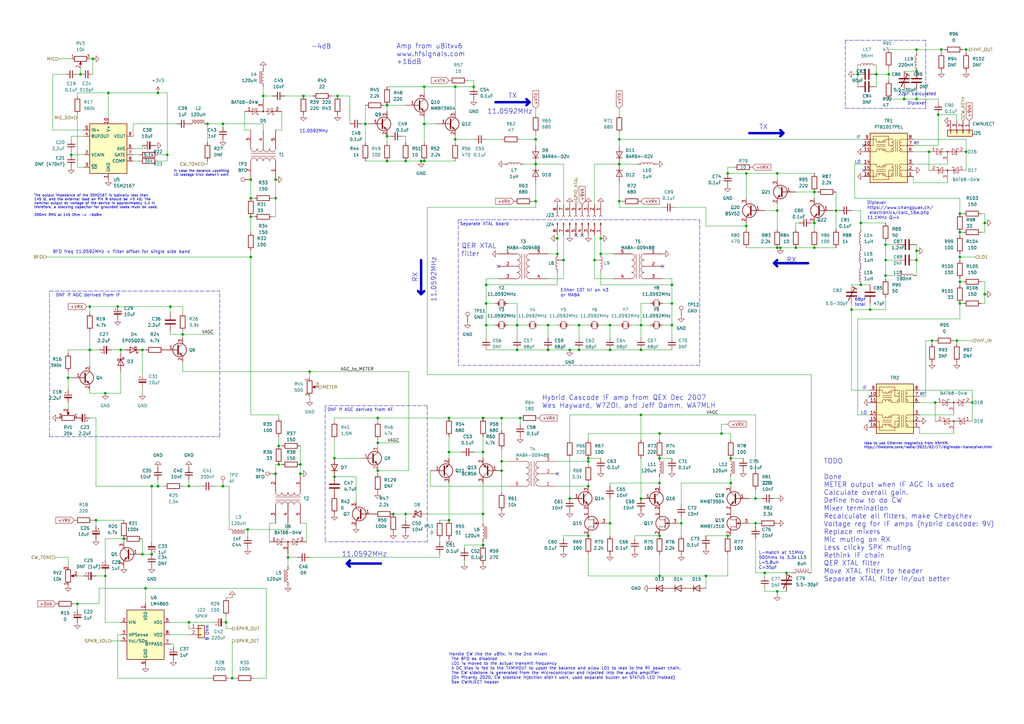
<source format=kicad_sch>
(kicad_sch (version 20211123) (generator eeschema)

  (uuid 0e592cd4-1950-44ef-9727-8e526f4c4e12)

  (paper "A3")

  (title_block
    (title "DART-70 TRX")
    (date "2023-02-24")
    (rev "0")
    (company "HB9EGM")
    (comment 1 "A 4m Band SSB/CW Transceiver")
    (comment 2 "Baseband")
  )

  

  (junction (at 186.69 57.15) (diameter 0) (color 0 0 0 0)
    (uuid 0079a40d-5664-4eb5-a4a1-35e197c9e578)
  )
  (junction (at 172.72 66.04) (diameter 0) (color 0 0 0 0)
    (uuid 027f19f3-a3d5-4daa-a96e-c5d9a71c1df8)
  )
  (junction (at 158.75 55.88) (diameter 0) (color 0 0 0 0)
    (uuid 02d8bab6-e62a-43d8-ae0a-47eb8be52f66)
  )
  (junction (at 58.42 143.51) (diameter 0) (color 0 0 0 0)
    (uuid 059f4155-bed3-4fb2-9baa-d569f31b7e5d)
  )
  (junction (at 320.04 101.6) (diameter 0) (color 0 0 0 0)
    (uuid 076a6a07-11fa-4191-a538-035a47a6b026)
  )
  (junction (at 199.39 124.46) (diameter 0) (color 0 0 0 0)
    (uuid 08e3fbcd-b24c-43b5-a2a5-3ed606084464)
  )
  (junction (at 375.92 20.32) (diameter 0) (color 0 0 0 0)
    (uuid 0e0e432b-78ea-4677-9624-cfa175a66f05)
  )
  (junction (at 262.89 143.51) (diameter 0) (color 0 0 0 0)
    (uuid 0e565d2a-00bb-4f20-8e2e-0f824e8d2762)
  )
  (junction (at 356.87 127) (diameter 0) (color 0 0 0 0)
    (uuid 0e79f50c-6749-4775-a4f9-1113788b2e6b)
  )
  (junction (at 241.3 189.23) (diameter 0) (color 0 0 0 0)
    (uuid 0f8367d0-e4ea-40ae-8dac-4e16d60a532f)
  )
  (junction (at 298.45 71.12) (diameter 0) (color 0 0 0 0)
    (uuid 1012b60c-7995-4cf6-a029-e4cda1fc26a4)
  )
  (junction (at 39.37 213.36) (diameter 0) (color 0 0 0 0)
    (uuid 1761eacf-5516-4f80-af22-ca5c2f3d7629)
  )
  (junction (at 173.99 50.8) (diameter 0) (color 0 0 0 0)
    (uuid 17a2367e-a2ff-4b57-83ee-9ab25894ec97)
  )
  (junction (at 48.26 125.73) (diameter 0) (color 0 0 0 0)
    (uuid 1843d2c0-629c-44e7-8460-03ced60a2111)
  )
  (junction (at 334.01 101.6) (diameter 0) (color 0 0 0 0)
    (uuid 1938c685-27ac-44a9-aab4-2c6ed50b8ec7)
  )
  (junction (at 295.91 177.8) (diameter 0) (color 0 0 0 0)
    (uuid 1a164a1f-45a6-43b7-9b64-349463c23d37)
  )
  (junction (at 166.37 210.82) (diameter 0) (color 0 0 0 0)
    (uuid 1c038126-c738-4381-b698-5c33c4341ae8)
  )
  (junction (at 64.77 38.1) (diameter 0) (color 0 0 0 0)
    (uuid 1d478e31-7d05-4026-94bc-716d6e6d4a57)
  )
  (junction (at 262.89 204.47) (diameter 0) (color 0 0 0 0)
    (uuid 1de51305-582b-4628-8092-75c3cf54eea0)
  )
  (junction (at 113.03 194.31) (diameter 0) (color 0 0 0 0)
    (uuid 1e5b8adc-bfe4-4d62-8fbb-b09ad198c5b6)
  )
  (junction (at 233.68 143.51) (diameter 0) (color 0 0 0 0)
    (uuid 210630ed-a720-499f-8ec9-3630627e1e05)
  )
  (junction (at 194.31 35.56) (diameter 0) (color 0 0 0 0)
    (uuid 222d63d3-68ff-4a04-b7c3-6efd5c4ab9e1)
  )
  (junction (at 381 62.23) (diameter 0) (color 0 0 0 0)
    (uuid 223b72c8-191b-4d26-8e73-2beb56cb0a2b)
  )
  (junction (at 298.45 219.71) (diameter 0) (color 0 0 0 0)
    (uuid 22f086a0-4e36-4832-8e1e-3bdb65f5c3f2)
  )
  (junction (at 212.09 143.51) (diameter 0) (color 0 0 0 0)
    (uuid 24fd922c-d488-4d61-b6dc-9d3e359ccc82)
  )
  (junction (at 299.72 187.96) (diameter 0) (color 0 0 0 0)
    (uuid 2583e10f-d237-4b6a-a35d-cff26f964496)
  )
  (junction (at 384.81 46.99) (diameter 0) (color 0 0 0 0)
    (uuid 2752e81c-fd78-4adc-8a3e-c2100d5bd7d7)
  )
  (junction (at 44.45 38.1) (diameter 0) (color 0 0 0 0)
    (uuid 2792ed93-89db-4e51-99ff-281323e776eb)
  )
  (junction (at 43.18 161.29) (diameter 0) (color 0 0 0 0)
    (uuid 2ac61f93-ebdb-4844-a9b1-76718596cd8a)
  )
  (junction (at 158.75 43.18) (diameter 0) (color 0 0 0 0)
    (uuid 2cd3680a-9e9d-4c97-9125-39c64a75e644)
  )
  (junction (at 270.51 198.12) (diameter 0) (color 0 0 0 0)
    (uuid 2d264e2f-7e31-4a17-86c5-13a68ab3ff7e)
  )
  (junction (at 363.22 106.68) (diameter 0) (color 0 0 0 0)
    (uuid 2fd14c3b-7e81-4330-b4b6-7d3b5d88fd5c)
  )
  (junction (at 393.7 115.57) (diameter 0) (color 0 0 0 0)
    (uuid 2fdc7923-56aa-4f0e-b559-e1b2e79c3c8f)
  )
  (junction (at 114.3 190.5) (diameter 0) (color 0 0 0 0)
    (uuid 30a877c2-a2d2-45b6-a8fa-8c4567fd5621)
  )
  (junction (at 382.27 139.7) (diameter 0) (color 0 0 0 0)
    (uuid 30dc039a-a902-4295-a2ea-7a00c6153126)
  )
  (junction (at 318.77 71.12) (diameter 0) (color 0 0 0 0)
    (uuid 315201dd-7991-408a-b65b-aa397fb29cdd)
  )
  (junction (at 38.1 24.13) (diameter 0) (color 0 0 0 0)
    (uuid 335263d3-7e35-4a9c-83c2-cd71d45f0688)
  )
  (junction (at 383.54 165.1) (diameter 0) (color 0 0 0 0)
    (uuid 3365c11b-b4a5-418d-85ee-41028926f18a)
  )
  (junction (at 351.79 30.48) (diameter 0) (color 0 0 0 0)
    (uuid 3b4c9779-bcad-4732-8142-8c3ab8d0419f)
  )
  (junction (at 173.99 35.56) (diameter 0) (color 0 0 0 0)
    (uuid 3bd6009a-f48b-4c66-92de-4d24549b4c7d)
  )
  (junction (at 161.29 210.82) (diameter 0) (color 0 0 0 0)
    (uuid 3bf0f30a-4c02-4011-9e56-5268cd9a18bc)
  )
  (junction (at 198.12 171.45) (diameter 0) (color 0 0 0 0)
    (uuid 3e9deac2-8e86-484c-b76a-a334d0715f66)
  )
  (junction (at 403.86 120.65) (diameter 0) (color 0 0 0 0)
    (uuid 3f6ba890-8616-4e68-b9d0-3d4eacc2e5c7)
  )
  (junction (at 254 82.55) (diameter 0) (color 0 0 0 0)
    (uuid 3fab5bb1-8815-4b0a-a5a7-85bc20dde8b0)
  )
  (junction (at 375.92 106.68) (diameter 0) (color 0 0 0 0)
    (uuid 3fcecab3-b47b-4a8c-9fb9-b323af94bc6b)
  )
  (junction (at 173.99 66.04) (diameter 0) (color 0 0 0 0)
    (uuid 43c88063-044a-47b7-b010-f3fb76152eec)
  )
  (junction (at 375.92 102.87) (diameter 0) (color 0 0 0 0)
    (uuid 446196fa-4af3-4fe1-9348-f02489c61276)
  )
  (junction (at 199.39 133.35) (diameter 0) (color 0 0 0 0)
    (uuid 460147d8-e4b6-4910-88e9-07d1ddd6c2df)
  )
  (junction (at 219.71 57.15) (diameter 0) (color 0 0 0 0)
    (uuid 485f8372-6f58-431e-9419-bfc90ad67732)
  )
  (junction (at 364.49 30.48) (diameter 0) (color 0 0 0 0)
    (uuid 4b3ba67b-606d-4750-abb9-54a01fd7bc1a)
  )
  (junction (at 212.09 133.35) (diameter 0) (color 0 0 0 0)
    (uuid 4b982f8b-ca29-4ebf-88fc-8a50b24e0802)
  )
  (junction (at 359.41 30.48) (diameter 0) (color 0 0 0 0)
    (uuid 4bcbab50-174d-4a4b-8660-c13a99f4d953)
  )
  (junction (at 246.38 104.14) (diameter 0) (color 0 0 0 0)
    (uuid 4d4b296b-354c-4f54-8b98-a9fec52fa110)
  )
  (junction (at 375.92 29.21) (diameter 0) (color 0 0 0 0)
    (uuid 4dbafe87-53e2-4b1b-b9d1-f029995a0c51)
  )
  (junction (at 91.44 50.8) (diameter 0) (color 0 0 0 0)
    (uuid 4f100da6-d6f9-4b77-90f1-fda986c2ed73)
  )
  (junction (at 113.03 81.28) (diameter 0) (color 0 0 0 0)
    (uuid 4f661a6f-98d8-4461-9401-113364b1e3a8)
  )
  (junction (at 184.15 213.36) (diameter 0) (color 0 0 0 0)
    (uuid 510aabe6-d19e-45d2-9ee4-74f6d2e6df89)
  )
  (junction (at 393.7 87.63) (diameter 0) (color 0 0 0 0)
    (uuid 56e3e10b-0165-4e27-9816-f40b5bb7e426)
  )
  (junction (at 275.59 133.35) (diameter 0) (color 0 0 0 0)
    (uuid 5c4341e3-29f4-4014-ad6b-9b4cb50156a6)
  )
  (junction (at 246.38 97.79) (diameter 0) (color 0 0 0 0)
    (uuid 5d58706a-c013-405c-9112-847886006796)
  )
  (junction (at 262.89 133.35) (diameter 0) (color 0 0 0 0)
    (uuid 5dbda758-e74b-4ccf-ad68-495d537d68ba)
  )
  (junction (at 275.59 124.46) (diameter 0) (color 0 0 0 0)
    (uuid 5fc44bfc-3a32-42f5-89ff-303d655beeb1)
  )
  (junction (at 198.12 223.52) (diameter 0) (color 0 0 0 0)
    (uuid 611c0051-64b3-4ff6-b51a-6ea814324060)
  )
  (junction (at 69.85 125.73) (diameter 0) (color 0 0 0 0)
    (uuid 62ed984b-c070-4de1-bd86-30aeb09fb9cd)
  )
  (junction (at 326.39 101.6) (diameter 0) (color 0 0 0 0)
    (uuid 6333a58f-0905-40bf-8806-a9405483f292)
  )
  (junction (at 138.43 39.37) (diameter 0) (color 0 0 0 0)
    (uuid 67d87795-1d4f-4f21-9afa-f7da30e8b867)
  )
  (junction (at 342.9 86.36) (diameter 0) (color 0 0 0 0)
    (uuid 6bdd7ca9-a767-4e33-bf37-498b319fce63)
  )
  (junction (at 102.87 88.9) (diameter 0) (color 0 0 0 0)
    (uuid 6e61ed05-4ce2-4d6e-b300-e8935e213361)
  )
  (junction (at 62.23 227.33) (diameter 0) (color 0 0 0 0)
    (uuid 707b1436-6255-4e74-ac3c-e365f258d4c7)
  )
  (junction (at 270.51 236.22) (diameter 0) (color 0 0 0 0)
    (uuid 711716b4-cb3c-40a8-915f-7a9cd1c1a345)
  )
  (junction (at 306.07 92.71) (diameter 0) (color 0 0 0 0)
    (uuid 71548298-edf3-48ed-bda9-4f920bb3ffda)
  )
  (junction (at 334.01 91.44) (diameter 0) (color 0 0 0 0)
    (uuid 7203aae8-7ab5-4754-be1f-92fd79bf7883)
  )
  (junction (at 228.6 104.14) (diameter 0) (color 0 0 0 0)
    (uuid 7292e3c7-8290-4fad-a17c-92a17c78ac6c)
  )
  (junction (at 127 152.4) (diameter 0) (color 0 0 0 0)
    (uuid 76f10a7e-8bc4-4240-8e23-1f6453db5228)
  )
  (junction (at 254 57.15) (diameter 0) (color 0 0 0 0)
    (uuid 782fd8fa-9fb0-44b6-bdfd-23367a676327)
  )
  (junction (at 299.72 198.12) (diameter 0) (color 0 0 0 0)
    (uuid 79aa4561-3272-488a-aacc-d24a783bf3fa)
  )
  (junction (at 393.7 105.41) (diameter 0) (color 0 0 0 0)
    (uuid 88658da7-484b-4fb1-bd87-cf0fe9fbbc98)
  )
  (junction (at 318.77 86.36) (diameter 0) (color 0 0 0 0)
    (uuid 897a30bd-82ab-4191-9e1c-88c95eb420c0)
  )
  (junction (at 205.74 171.45) (diameter 0) (color 0 0 0 0)
    (uuid 89924c9d-894c-4783-bb98-91fe4fffc426)
  )
  (junction (at 363.22 100.33) (diameter 0) (color 0 0 0 0)
    (uuid 89a0992d-b4b4-4a98-9018-0c3e3ac7c4ed)
  )
  (junction (at 403.86 91.44) (diameter 0) (color 0 0 0 0)
    (uuid 8a030abd-885a-4b15-b74a-b44dc2b6c7d7)
  )
  (junction (at 334.01 78.74) (diameter 0) (color 0 0 0 0)
    (uuid 8cad30c6-cd21-4b04-8aa8-5dfd9876668a)
  )
  (junction (at 370.84 40.64) (diameter 0) (color 0 0 0 0)
    (uuid 8d45f61e-b48a-4d9a-9705-81179d1cee29)
  )
  (junction (at 92.71 255.27) (diameter 0) (color 0 0 0 0)
    (uuid 8d612602-5cc8-45dd-a943-2a29be4b9ede)
  )
  (junction (at 102.87 81.28) (diameter 0) (color 0 0 0 0)
    (uuid 8edc9989-feda-4190-96e8-8ba0ca953891)
  )
  (junction (at 43.18 236.22) (diameter 0) (color 0 0 0 0)
    (uuid 8f57152a-781e-4e8e-b36c-e81f9a864e3b)
  )
  (junction (at 250.19 214.63) (diameter 0) (color 0 0 0 0)
    (uuid 91049a94-ccf8-463e-ab05-8a76a56be653)
  )
  (junction (at 309.88 214.63) (diameter 0) (color 0 0 0 0)
    (uuid 9134413a-edf3-40ce-9ec2-93a536746842)
  )
  (junction (at 318.77 242.57) (diameter 0) (color 0 0 0 0)
    (uuid 92b5166e-7b6a-4c31-94b5-b9d3f56f30b6)
  )
  (junction (at 205.74 189.23) (diameter 0) (color 0 0 0 0)
    (uuid 94a7e072-a853-4895-a974-0e863ac9edc2)
  )
  (junction (at 113.03 73.66) (diameter 0) (color 0 0 0 0)
    (uuid 9501ad82-8c5c-4bd6-a4e5-d738b7099508)
  )
  (junction (at 224.79 133.35) (diameter 0) (color 0 0 0 0)
    (uuid 9666bb6a-0c1d-4c92-be6d-94a465ec5c51)
  )
  (junction (at 64.77 199.39) (diameter 0) (color 0 0 0 0)
    (uuid 97e09b83-0572-4634-8ce7-0a86f1339fd8)
  )
  (junction (at 107.95 39.37) (diameter 0) (color 0 0 0 0)
    (uuid 983034d1-18ea-4dac-8753-9630cc5e0592)
  )
  (junction (at 386.08 20.32) (diameter 0) (color 0 0 0 0)
    (uuid 9873db56-1f37-4fe2-98ad-60e4c87af40c)
  )
  (junction (at 275.59 116.84) (diameter 0) (color 0 0 0 0)
    (uuid 9918dbb5-067b-4f72-a60f-e99dd790b7bf)
  )
  (junction (at 270.51 177.8) (diameter 0) (color 0 0 0 0)
    (uuid 994aaeb0-a945-4297-8f22-64b15ec2470b)
  )
  (junction (at 363.22 113.03) (diameter 0) (color 0 0 0 0)
    (uuid 9a438e91-12f1-4003-9587-51635f0ae695)
  )
  (junction (at 102.87 73.66) (diameter 0) (color 0 0 0 0)
    (uuid 9d0f1857-3b05-4e01-b461-94289f64ce4a)
  )
  (junction (at 123.19 194.31) (diameter 0) (color 0 0 0 0)
    (uuid 9d1032f1-04b7-4a45-a406-c5f306a5a4a3)
  )
  (junction (at 154.94 193.04) (diameter 0) (color 0 0 0 0)
    (uuid a31e2cb7-a272-450b-beca-1b3c3565662d)
  )
  (junction (at 393.7 95.25) (diameter 0) (color 0 0 0 0)
    (uuid a4615cb6-40e1-4e6b-aa44-484a7357f4a4)
  )
  (junction (at 198.12 185.42) (diameter 0) (color 0 0 0 0)
    (uuid a4ec02e9-e140-4dcc-958f-47f7624526cb)
  )
  (junction (at 36.83 125.73) (diameter 0) (color 0 0 0 0)
    (uuid a65cad0c-0ef1-4ea5-a965-4eae7ac1f6af)
  )
  (junction (at 231.14 106.68) (diameter 0) (color 0 0 0 0)
    (uuid a662cdd6-a57e-4364-b8b3-c025c426c5be)
  )
  (junction (at 31.75 247.65) (diameter 0) (color 0 0 0 0)
    (uuid a69f72c8-ce0f-4293-bf44-c6832495c836)
  )
  (junction (at 77.47 199.39) (diameter 0) (color 0 0 0 0)
    (uuid a7cad282-51c3-4f24-be5e-311c2c5e959b)
  )
  (junction (at 137.16 195.58) (diameter 0) (color 0 0 0 0)
    (uuid a8675aa5-24f4-4a65-9564-259800e24a61)
  )
  (junction (at 228.6 97.79) (diameter 0) (color 0 0 0 0)
    (uuid aa537d78-628c-458e-8a08-c2dae82aca82)
  )
  (junction (at 318.77 101.6) (diameter 0) (color 0 0 0 0)
    (uuid aad5fe2f-2964-4c2f-90b5-8ec10e02fb70)
  )
  (junction (at 158.75 66.04) (diameter 0) (color 0 0 0 0)
    (uuid ab5a5163-9113-4726-bc7a-7e25f5bcb137)
  )
  (junction (at 27.94 154.94) (diameter 0) (color 0 0 0 0)
    (uuid ac0e5582-f44c-4bc2-8ae7-2c3f1115fb00)
  )
  (junction (at 33.02 30.48) (diameter 0) (color 0 0 0 0)
    (uuid ad2d033c-4040-4813-b5da-82cf827f9d86)
  )
  (junction (at 237.49 133.35) (diameter 0) (color 0 0 0 0)
    (uuid ad485fa9-ca4c-467a-b6d9-302ae2ec4eaa)
  )
  (junction (at 91.44 199.39) (diameter 0) (color 0 0 0 0)
    (uuid ae4c18cc-90ed-4d31-b27a-ee22bf49a14e)
  )
  (junction (at 237.49 143.51) (diameter 0) (color 0 0 0 0)
    (uuid aed41e50-066a-4d5d-9b35-33c86a58f817)
  )
  (junction (at 309.88 204.47) (diameter 0) (color 0 0 0 0)
    (uuid b046cbfe-7bd9-4ac8-9c60-a84b90a07076)
  )
  (junction (at 198.12 210.82) (diameter 0) (color 0 0 0 0)
    (uuid b0bd599f-5320-4de4-9844-b1248597f45d)
  )
  (junction (at 59.69 241.3) (diameter 0) (color 0 0 0 0)
    (uuid b2c93e47-1b35-4bce-b217-c95c59af9fea)
  )
  (junction (at 102.87 105.41) (diameter 0) (color 0 0 0 0)
    (uuid b2fc5a98-a9c8-4ffb-bf05-9a95788a6f6e)
  )
  (junction (at 199.39 116.84) (diameter 0) (color 0 0 0 0)
    (uuid b3ba518e-938d-434b-8f72-5ecf3fd42313)
  )
  (junction (at 154.94 181.61) (diameter 0) (color 0 0 0 0)
    (uuid b52e2ac1-1ad4-4299-a3b7-5950aeda9b09)
  )
  (junction (at 219.71 67.31) (diameter 0) (color 0 0 0 0)
    (uuid b55942a4-2e67-4c91-a2e2-17d287af1b39)
  )
  (junction (at 58.42 227.33) (diameter 0) (color 0 0 0 0)
    (uuid b67c5032-3958-4f67-8cff-2bc749aa2559)
  )
  (junction (at 68.58 63.5) (diameter 0) (color 0 0 0 0)
    (uuid b6a3e709-356a-4a55-ac00-07ba73afac37)
  )
  (junction (at 313.69 234.95) (diameter 0) (color 0 0 0 0)
    (uuid b7b0b83f-2dad-41a6-8e3b-dd0617021680)
  )
  (junction (at 233.68 204.47) (diameter 0) (color 0 0 0 0)
    (uuid bb8fc86a-138e-468d-a6f3-4d425bea2798)
  )
  (junction (at 241.3 199.39) (diameter 0) (color 0 0 0 0)
    (uuid bcb7b50e-e30b-4748-9ad3-15fd19268fd8)
  )
  (junction (at 270.51 187.96) (diameter 0) (color 0 0 0 0)
    (uuid bdd38f4a-d1f5-49ea-86a0-7074369f7406)
  )
  (junction (at 101.6 217.17) (diameter 0) (color 0 0 0 0)
    (uuid bf1cf86a-4cef-455a-b67c-093dbb9970e5)
  )
  (junction (at 95.25 278.13) (diameter 0) (color 0 0 0 0)
    (uuid bff74fb8-2e53-4140-9d30-8bb9b336dda4)
  )
  (junction (at 50.8 220.98) (diameter 0) (color 0 0 0 0)
    (uuid c07980be-125c-4459-be81-f2b8371f5ae2)
  )
  (junction (at 205.74 193.04) (diameter 0) (color 0 0 0 0)
    (uuid c41a688f-80a3-4252-bb37-134631846db3)
  )
  (junction (at 250.19 143.51) (diameter 0) (color 0 0 0 0)
    (uuid c8816f2b-d043-4f02-8988-815e5e7435ee)
  )
  (junction (at 118.11 228.6) (diameter 0) (color 0 0 0 0)
    (uuid c8c4fbfe-4e9c-445d-882a-7f1bac80adc8)
  )
  (junction (at 250.19 133.35) (diameter 0) (color 0 0 0 0)
    (uuid ca2ddb3d-eff7-4148-ac57-d5c14ba8be31)
  )
  (junction (at 393.7 124.46) (diameter 0) (color 0 0 0 0)
    (uuid ca5a4e59-a0d9-41f3-a4f9-8e9003dc636c)
  )
  (junction (at 241.3 187.96) (diameter 0) (color 0 0 0 0)
    (uuid cf4a7a0f-4b62-4a14-8810-1f9be9bb8bca)
  )
  (junction (at 375.92 40.64) (diameter 0) (color 0 0 0 0)
    (uuid cfd26f0b-c959-40e8-8a7e-48204bb5c64f)
  )
  (junction (at 224.79 143.51) (diameter 0) (color 0 0 0 0)
    (uuid d3e01bdf-5c14-407f-80a1-1d934fc04fab)
  )
  (junction (at 149.86 50.8) (diameter 0) (color 0 0 0 0)
    (uuid d46cfddd-ae59-45a8-a05e-501b77d91351)
  )
  (junction (at 124.46 39.37) (diameter 0) (color 0 0 0 0)
    (uuid d47b6e93-2883-4b61-9107-b49e482eb126)
  )
  (junction (at 270.51 219.71) (diameter 0) (color 0 0 0 0)
    (uuid d5fa5081-044e-4305-8f5d-d2a56bf86d29)
  )
  (junction (at 77.47 255.27) (diameter 0) (color 0 0 0 0)
    (uuid d6fda246-3399-48cd-8a06-99bbdf8c75e4)
  )
  (junction (at 241.3 219.71) (diameter 0) (color 0 0 0 0)
    (uuid d703d54e-2823-4563-98c8-59d8b8b54fec)
  )
  (junction (at 166.37 66.04) (diameter 0) (color 0 0 0 0)
    (uuid d774c163-0e71-4e59-99e8-33a6c910c00d)
  )
  (junction (at 62.23 199.39) (diameter 0) (color 0 0 0 0)
    (uuid d7d4c350-2318-4a09-b921-0a78963f6666)
  )
  (junction (at 254 67.31) (diameter 0) (color 0 0 0 0)
    (uuid d964cb21-9482-4b14-9981-964030a476a5)
  )
  (junction (at 219.71 82.55) (diameter 0) (color 0 0 0 0)
    (uuid d96c7ae3-a14b-4da8-8c67-7918799c8e60)
  )
  (junction (at 396.24 62.23) (diameter 0) (color 0 0 0 0)
    (uuid daa9b5c5-21a2-4482-b81a-69bb9f749fb7)
  )
  (junction (at 186.69 35.56) (diameter 0) (color 0 0 0 0)
    (uuid dcdfeb28-863e-4a43-ad64-f6e45863b4d7)
  )
  (junction (at 213.36 171.45) (diameter 0) (color 0 0 0 0)
    (uuid ddaaa428-40ee-45ee-a789-6961e25a11bb)
  )
  (junction (at 392.43 139.7) (diameter 0) (color 0 0 0 0)
    (uuid de1eb50d-ef90-4d0d-a112-fc865a422b99)
  )
  (junction (at 289.56 236.22) (diameter 0) (color 0 0 0 0)
    (uuid df231e82-dc0c-49c1-a01b-d2be84591ff3)
  )
  (junction (at 322.58 234.95) (diameter 0) (color 0 0 0 0)
    (uuid e15f6002-d342-413a-a773-225c5f4cfb04)
  )
  (junction (at 396.24 20.32) (diameter 0) (color 0 0 0 0)
    (uuid e2d27bd1-d4c5-4321-a13b-160cb2d6015d)
  )
  (junction (at 49.53 143.51) (diameter 0) (color 0 0 0 0)
    (uuid e3903eeb-8b72-4b40-a088-cbbba270c01b)
  )
  (junction (at 184.15 171.45) (diameter 0) (color 0 0 0 0)
    (uuid e68e2295-e5ad-41e7-931d-7bf2c40e2981)
  )
  (junction (at 279.4 214.63) (diameter 0) (color 0 0 0 0)
    (uuid e736b041-4756-4726-980f-1b93cf00a2ad)
  )
  (junction (at 243.84 106.68) (diameter 0) (color 0 0 0 0)
    (uuid e7eee956-d2ad-4d33-9823-9759f9a8aab1)
  )
  (junction (at 74.93 137.16) (diameter 0) (color 0 0 0 0)
    (uuid e8558fbd-ea42-43a6-966a-7bd304bdfaad)
  )
  (junction (at 353.06 91.44) (diameter 0) (color 0 0 0 0)
    (uuid e8822f44-e7ca-47f3-a9bc-951244c889e7)
  )
  (junction (at 36.83 143.51) (diameter 0) (color 0 0 0 0)
    (uuid eac540a2-0555-4530-b9cb-9b037a65c0a7)
  )
  (junction (at 114.3 182.88) (diameter 0) (color 0 0 0 0)
    (uuid eb3c65f0-3082-4c13-98c1-cac8dc7eccac)
  )
  (junction (at 137.16 187.96) (diameter 0) (color 0 0 0 0)
    (uuid ecba702e-9fb5-4bd7-9b08-5197492ec54b)
  )
  (junction (at 349.25 127) (diameter 0) (color 0 0 0 0)
    (uuid ef4c798c-4721-49f1-8016-e362a6672715)
  )
  (junction (at 398.78 165.1) (diameter 0) (color 0 0 0 0)
    (uuid efac21da-3f93-4ae4-bab8-dbdec293c35e)
  )
  (junction (at 306.07 71.12) (diameter 0) (color 0 0 0 0)
    (uuid f02e930f-fe1a-4921-a9df-ee330f41d2bd)
  )
  (junction (at 154.94 171.45) (diameter 0) (color 0 0 0 0)
    (uuid f1a9e2a2-6347-4852-b335-cf8402c433a4)
  )
  (junction (at 353.06 116.84) (diameter 0) (color 0 0 0 0)
    (uuid f22dadd7-4a1b-4449-b981-cbbeced9fbc5)
  )
  (junction (at 85.09 50.8) (diameter 0) (color 0 0 0 0)
    (uuid f9362574-7797-4e6e-9765-e515232ee831)
  )
  (junction (at 184.15 185.42) (diameter 0) (color 0 0 0 0)
    (uuid fb5d1a59-18d1-49ea-b504-10e76cce8897)
  )
  (junction (at 123.19 190.5) (diameter 0) (color 0 0 0 0)
    (uuid fbe71f6a-7e5a-41f1-9e6e-b2e94d49a3bc)
  )
  (junction (at 29.21 63.5) (diameter 0) (color 0 0 0 0)
    (uuid fe2b05f5-675b-44d0-956c-c5829b7c692a)
  )
  (junction (at 262.89 170.18) (diameter 0) (color 0 0 0 0)
    (uuid fe2ce942-d4c5-4b3f-a09e-cda9276450f6)
  )

  (no_connect (at 356.87 172.72) (uuid 112718f1-f222-4c50-a4f0-a42dabd066b7))
  (no_connect (at 236.22 96.52) (uuid 2b99a1e6-5f67-436f-9ed5-38e8bfd4c142))
  (no_connect (at 354.33 69.85) (uuid 36cd8509-4b06-4001-aa2f-00b548cb4477))
  (no_connect (at 204.47 109.22) (uuid 4866aeb4-d287-46eb-8d15-c55d9c708490))
  (no_connect (at 354.33 59.69) (uuid 6226f2ac-b9bf-4733-a388-cd49aa6934ae))
  (no_connect (at 356.87 162.56) (uuid 69a2fbd1-0689-4722-b099-d7d4b3a2c805))
  (no_connect (at 271.78 109.22) (uuid 8a4c8ee9-530e-4698-8694-1dcab411e819))
  (no_connect (at 228.6 194.31) (uuid afdb3662-3196-4d9d-b0e8-7f416bb5cd4f))
  (no_connect (at 238.76 96.52) (uuid ee08a6c2-528a-478b-9089-08fe9a37ec7e))

  (wire (pts (xy 403.86 87.63) (xy 403.86 91.44))
    (stroke (width 0) (type default) (color 0 0 0 0))
    (uuid 006436ec-9ab2-4589-83be-4667e52db3bf)
  )
  (wire (pts (xy 205.74 171.45) (xy 205.74 176.53))
    (stroke (width 0) (type default) (color 0 0 0 0))
    (uuid 00c27d59-c437-4bee-9cde-cbd48a34e31b)
  )
  (wire (pts (xy 318.77 83.82) (xy 318.77 86.36))
    (stroke (width 0) (type default) (color 0 0 0 0))
    (uuid 00cf6024-5820-4cff-8981-5be2b438caf3)
  )
  (wire (pts (xy 87.63 199.39) (xy 91.44 199.39))
    (stroke (width 0) (type default) (color 0 0 0 0))
    (uuid 0113fe75-9787-49bd-865f-03242ce2a366)
  )
  (wire (pts (xy 219.71 57.15) (xy 219.71 54.61))
    (stroke (width 0) (type default) (color 0 0 0 0))
    (uuid 0125f083-fa2b-4a11-85be-7853b609b001)
  )
  (wire (pts (xy 359.41 30.48) (xy 359.41 35.56))
    (stroke (width 0) (type default) (color 0 0 0 0))
    (uuid 01c67c04-8ed4-481b-b382-ac69e0a55001)
  )
  (wire (pts (xy 68.58 66.04) (xy 64.77 66.04))
    (stroke (width 0) (type default) (color 0 0 0 0))
    (uuid 01caafb3-af8a-4642-870c-c290b286d040)
  )
  (wire (pts (xy 166.37 43.18) (xy 158.75 43.18))
    (stroke (width 0) (type default) (color 0 0 0 0))
    (uuid 01f0181c-303d-46c7-ba34-20eee1c48cd1)
  )
  (wire (pts (xy 173.99 50.8) (xy 179.07 50.8))
    (stroke (width 0) (type default) (color 0 0 0 0))
    (uuid 0222c276-ce98-44cf-9ac7-d0d00163570d)
  )
  (wire (pts (xy 190.5 231.14) (xy 190.5 229.87))
    (stroke (width 0) (type default) (color 0 0 0 0))
    (uuid 027fc545-8a42-4646-8424-467711418116)
  )
  (wire (pts (xy 114.3 170.18) (xy 114.3 171.45))
    (stroke (width 0) (type default) (color 0 0 0 0))
    (uuid 0332aa97-cadc-4e7a-b8af-ca59e255597d)
  )
  (wire (pts (xy 173.99 66.04) (xy 186.69 66.04))
    (stroke (width 0) (type default) (color 0 0 0 0))
    (uuid 035d062f-f875-4853-8ca1-a348c3967bb1)
  )
  (wire (pts (xy 113.03 214.63) (xy 110.49 214.63))
    (stroke (width 0) (type default) (color 0 0 0 0))
    (uuid 03b7756f-0559-43eb-b24d-3aefa5a15899)
  )
  (wire (pts (xy 394.97 20.32) (xy 396.24 20.32))
    (stroke (width 0) (type default) (color 0 0 0 0))
    (uuid 03ce6745-00b2-4d2b-bad7-eb9745172859)
  )
  (wire (pts (xy 166.37 210.82) (xy 161.29 210.82))
    (stroke (width 0) (type default) (color 0 0 0 0))
    (uuid 03dd13e2-d89f-47ed-8a2f-ce75e7a97ef3)
  )
  (wire (pts (xy 262.89 133.35) (xy 266.7 133.35))
    (stroke (width 0) (type default) (color 0 0 0 0))
    (uuid 042fe62b-53aa-4e86-97d0-9ccb1e16a895)
  )
  (wire (pts (xy 379.73 139.7) (xy 382.27 139.7))
    (stroke (width 0) (type default) (color 0 0 0 0))
    (uuid 0437af13-5b81-4e18-82d5-0ec28c5d895f)
  )
  (wire (pts (xy 374.65 74.93) (xy 374.65 72.39))
    (stroke (width 0) (type default) (color 0 0 0 0))
    (uuid 047a18ce-9e77-4d7d-a9ce-60b21f671177)
  )
  (wire (pts (xy 31.75 68.58) (xy 34.29 68.58))
    (stroke (width 0) (type default) (color 0 0 0 0))
    (uuid 04868f85-bc69-4fa9-8e62-d78ffe5ae58e)
  )
  (wire (pts (xy 396.24 20.32) (xy 397.51 20.32))
    (stroke (width 0) (type default) (color 0 0 0 0))
    (uuid 04ef368b-f4e9-48da-956c-ee93cb3d01e8)
  )
  (wire (pts (xy 363.22 106.68) (xy 363.22 113.03))
    (stroke (width 0) (type default) (color 0 0 0 0))
    (uuid 05ddadd4-94df-4d6a-b500-ff320675ba33)
  )
  (wire (pts (xy 241.3 227.33) (xy 241.3 236.22))
    (stroke (width 0) (type default) (color 0 0 0 0))
    (uuid 066671d9-1fdf-4a05-a7e7-cadb7d44b89f)
  )
  (wire (pts (xy 356.87 124.46) (xy 356.87 127))
    (stroke (width 0) (type default) (color 0 0 0 0))
    (uuid 06fedb5b-65dd-4aa0-9e2d-b04e5a505f26)
  )
  (wire (pts (xy 208.28 124.46) (xy 212.09 124.46))
    (stroke (width 0) (type default) (color 0 0 0 0))
    (uuid 082d865b-0a4e-49c3-b18b-be47fd4a465a)
  )
  (wire (pts (xy 382.27 139.7) (xy 383.54 139.7))
    (stroke (width 0) (type default) (color 0 0 0 0))
    (uuid 0830aef1-c986-42f8-ba6a-a3fcacbf0210)
  )
  (wire (pts (xy 309.88 234.95) (xy 309.88 220.98))
    (stroke (width 0) (type default) (color 0 0 0 0))
    (uuid 08c8f1b4-737d-438b-967e-a77cce3833c0)
  )
  (wire (pts (xy 58.42 143.51) (xy 58.42 153.67))
    (stroke (width 0) (type default) (color 0 0 0 0))
    (uuid 09321bf4-1ea1-49b5-b1f9-ac29d6606a74)
  )
  (wire (pts (xy 173.99 35.56) (xy 186.69 35.56))
    (stroke (width 0) (type default) (color 0 0 0 0))
    (uuid 0943dfff-08fd-4176-a97a-8e271f47b148)
  )
  (wire (pts (xy 393.7 105.41) (xy 393.7 104.14))
    (stroke (width 0) (type default) (color 0 0 0 0))
    (uuid 09aa0d32-f4dc-42fd-a756-e1229737bd34)
  )
  (wire (pts (xy 289.56 236.22) (xy 289.56 241.3))
    (stroke (width 0) (type default) (color 0 0 0 0))
    (uuid 0a0c053c-54e0-4f14-b909-036d0c5fbf08)
  )
  (wire (pts (xy 158.75 43.18) (xy 158.75 45.72))
    (stroke (width 0) (type default) (color 0 0 0 0))
    (uuid 0a80373e-7854-41a7-8441-30fd81967887)
  )
  (wire (pts (xy 254 74.93) (xy 254 82.55))
    (stroke (width 0) (type default) (color 0 0 0 0))
    (uuid 0a9f993d-d83a-4cdc-bae3-0f40dd545220)
  )
  (wire (pts (xy 279.4 198.12) (xy 299.72 198.12))
    (stroke (width 0) (type default) (color 0 0 0 0))
    (uuid 0b5e9f79-a50b-4078-b2be-eff1d45ab7fc)
  )
  (wire (pts (xy 309.88 234.95) (xy 313.69 234.95))
    (stroke (width 0) (type default) (color 0 0 0 0))
    (uuid 0dc79dd3-c584-4173-b914-e6a8bcd18e45)
  )
  (wire (pts (xy 36.83 135.89) (xy 36.83 143.51))
    (stroke (width 0) (type default) (color 0 0 0 0))
    (uuid 0e1c6bbc-4cc4-4ce9-b48a-8292bb286da8)
  )
  (wire (pts (xy 246.38 97.79) (xy 246.38 96.52))
    (stroke (width 0) (type default) (color 0 0 0 0))
    (uuid 0f4b5c7f-79aa-4c46-b222-58e7e288b195)
  )
  (wire (pts (xy 33.02 27.94) (xy 33.02 30.48))
    (stroke (width 0) (type default) (color 0 0 0 0))
    (uuid 100847e3-630c-4c13-ba45-180e92370805)
  )
  (wire (pts (xy 318.77 71.12) (xy 318.77 73.66))
    (stroke (width 0) (type default) (color 0 0 0 0))
    (uuid 10ef0d40-b427-4fac-bff7-e8ca2d279fd2)
  )
  (wire (pts (xy 166.37 66.04) (xy 172.72 66.04))
    (stroke (width 0) (type default) (color 0 0 0 0))
    (uuid 11ac1ac8-72b6-43ed-915e-50f87561daf8)
  )
  (wire (pts (xy 107.95 50.8) (xy 91.44 50.8))
    (stroke (width 0) (type default) (color 0 0 0 0))
    (uuid 12340fb8-cd9c-4069-beec-13d4d2ea0d99)
  )
  (polyline (pts (xy 307.34 54.61) (xy 321.31 54.61))
    (stroke (width 1) (type solid) (color 0 0 0 0))
    (uuid 1281d63b-9c8c-4454-9b2d-0bbbc27e2ae7)
  )

  (wire (pts (xy 44.45 38.1) (xy 64.77 38.1))
    (stroke (width 0) (type default) (color 0 0 0 0))
    (uuid 12e17856-cd8c-41a8-bb2e-9faca10b0973)
  )
  (wire (pts (xy 393.7 130.81) (xy 351.79 130.81))
    (stroke (width 0) (type default) (color 0 0 0 0))
    (uuid 15352954-5a6d-4167-94e3-a8475b279783)
  )
  (wire (pts (xy 43.18 234.95) (xy 43.18 236.22))
    (stroke (width 0) (type default) (color 0 0 0 0))
    (uuid 15e1025c-faeb-49ff-aaa3-6ba9acaabd98)
  )
  (wire (pts (xy 137.16 172.72) (xy 137.16 171.45))
    (stroke (width 0) (type default) (color 0 0 0 0))
    (uuid 1606d99f-0508-4f2e-b63b-47e62c4312ee)
  )
  (wire (pts (xy 386.08 21.59) (xy 386.08 20.32))
    (stroke (width 0) (type default) (color 0 0 0 0))
    (uuid 16070e3c-2cc9-4d09-bef3-8ceccb63947e)
  )
  (wire (pts (xy 36.83 125.73) (xy 36.83 128.27))
    (stroke (width 0) (type default) (color 0 0 0 0))
    (uuid 16aa2316-1a67-45e5-b6c4-e59dd85814f4)
  )
  (wire (pts (xy 334.01 71.12) (xy 318.77 71.12))
    (stroke (width 0) (type default) (color 0 0 0 0))
    (uuid 16b8184d-4364-4664-b33c-1e355c0b0e6c)
  )
  (wire (pts (xy 298.45 68.58) (xy 298.45 71.12))
    (stroke (width 0) (type default) (color 0 0 0 0))
    (uuid 171c47c2-e63c-45a5-b02c-078b78214786)
  )
  (wire (pts (xy 115.57 182.88) (xy 114.3 182.88))
    (stroke (width 0) (type default) (color 0 0 0 0))
    (uuid 17c93850-5ebd-4f0d-b8eb-52bf14b01af4)
  )
  (wire (pts (xy 186.69 35.56) (xy 194.31 35.56))
    (stroke (width 0) (type default) (color 0 0 0 0))
    (uuid 18723066-b973-43bf-8bbf-4c210121a928)
  )
  (wire (pts (xy 334.01 78.74) (xy 334.01 81.28))
    (stroke (width 0) (type default) (color 0 0 0 0))
    (uuid 189610aa-2967-4418-8b8b-b36bdf6bc60b)
  )
  (wire (pts (xy 375.92 100.33) (xy 375.92 102.87))
    (stroke (width 0) (type default) (color 0 0 0 0))
    (uuid 19028db1-670b-4d84-9d20-5aa2f8585dd7)
  )
  (wire (pts (xy 342.9 101.6) (xy 334.01 101.6))
    (stroke (width 0) (type default) (color 0 0 0 0))
    (uuid 1966977a-39df-4890-91de-0e8ae767b0a0)
  )
  (wire (pts (xy 186.69 57.15) (xy 194.31 57.15))
    (stroke (width 0) (type default) (color 0 0 0 0))
    (uuid 19a56892-f9d5-4508-ab75-59721c555275)
  )
  (wire (pts (xy 313.69 242.57) (xy 313.69 241.3))
    (stroke (width 0) (type default) (color 0 0 0 0))
    (uuid 1a255025-6cad-4a3e-8763-c9c3ba585d53)
  )
  (wire (pts (xy 326.39 101.6) (xy 320.04 101.6))
    (stroke (width 0) (type default) (color 0 0 0 0))
    (uuid 1a86e987-6d08-4b7a-b2e3-f89b9863e895)
  )
  (wire (pts (xy 146.05 195.58) (xy 146.05 205.74))
    (stroke (width 0) (type default) (color 0 0 0 0))
    (uuid 1a9613ab-fb34-4a02-8365-aadaa421dfaf)
  )
  (wire (pts (xy 27.94 143.51) (xy 36.83 143.51))
    (stroke (width 0) (type default) (color 0 0 0 0))
    (uuid 1a9f0d73-6986-450b-8da5-dca8d718cd0d)
  )
  (wire (pts (xy 375.92 20.32) (xy 386.08 20.32))
    (stroke (width 0) (type default) (color 0 0 0 0))
    (uuid 1b89864d-e042-4259-99ab-c96136a33a11)
  )
  (wire (pts (xy 350.52 67.31) (xy 350.52 81.28))
    (stroke (width 0) (type default) (color 0 0 0 0))
    (uuid 1c0378fb-8fa4-4942-8a64-86b9252ef636)
  )
  (wire (pts (xy 254 82.55) (xy 254 85.09))
    (stroke (width 0) (type default) (color 0 0 0 0))
    (uuid 1c3c3108-d49a-4730-84a5-d29eb03028f4)
  )
  (wire (pts (xy 262.89 143.51) (xy 275.59 143.51))
    (stroke (width 0) (type default) (color 0 0 0 0))
    (uuid 1d8cbdb8-b0d5-4f06-84c8-05770b7e9555)
  )
  (wire (pts (xy 219.71 59.69) (xy 219.71 57.15))
    (stroke (width 0) (type default) (color 0 0 0 0))
    (uuid 1dbe419a-f71e-4ab5-9a49-e58e75747fdf)
  )
  (wire (pts (xy 118.11 217.17) (xy 101.6 217.17))
    (stroke (width 0) (type default) (color 0 0 0 0))
    (uuid 1dc9a7fa-415c-4243-97fb-46b0d627e89d)
  )
  (wire (pts (xy 137.16 171.45) (xy 154.94 171.45))
    (stroke (width 0) (type default) (color 0 0 0 0))
    (uuid 1ddbded3-4d65-49ba-8123-18c72e4b7f4a)
  )
  (wire (pts (xy 363.22 113.03) (xy 363.22 114.3))
    (stroke (width 0) (type default) (color 0 0 0 0))
    (uuid 1e2c0cdd-08a6-4586-b370-3ffc74205845)
  )
  (wire (pts (xy 243.84 106.68) (xy 243.84 114.3))
    (stroke (width 0) (type default) (color 0 0 0 0))
    (uuid 1e9638be-d271-44b9-9bc3-e37783c8782f)
  )
  (wire (pts (xy 158.75 66.04) (xy 166.37 66.04))
    (stroke (width 0) (type default) (color 0 0 0 0))
    (uuid 1f1052c4-d15a-450f-8bb0-3cc3f3592607)
  )
  (wire (pts (xy 250.19 204.47) (xy 250.19 214.63))
    (stroke (width 0) (type default) (color 0 0 0 0))
    (uuid 1f1c22b1-15a3-4e28-88a5-25ba2fbef197)
  )
  (wire (pts (xy 212.09 124.46) (xy 212.09 133.35))
    (stroke (width 0) (type default) (color 0 0 0 0))
    (uuid 1fd73780-e017-4e2c-9674-56cb6f09dc2d)
  )
  (wire (pts (xy 246.38 116.84) (xy 275.59 116.84))
    (stroke (width 0) (type default) (color 0 0 0 0))
    (uuid 2163a967-be2d-4344-a94d-f1b8da3dc3a3)
  )
  (wire (pts (xy 396.24 57.15) (xy 396.24 62.23))
    (stroke (width 0) (type default) (color 0 0 0 0))
    (uuid 2171e051-2b1c-4df3-9987-bb0d428437aa)
  )
  (wire (pts (xy 69.85 135.89) (xy 69.85 137.16))
    (stroke (width 0) (type default) (color 0 0 0 0))
    (uuid 22591446-6d82-47ac-b525-9e9deb496c8c)
  )
  (wire (pts (xy 137.16 180.34) (xy 137.16 187.96))
    (stroke (width 0) (type default) (color 0 0 0 0))
    (uuid 231e5ae4-1791-4485-9a32-a64456488009)
  )
  (wire (pts (xy 111.76 88.9) (xy 113.03 88.9))
    (stroke (width 0) (type default) (color 0 0 0 0))
    (uuid 233c88a4-9a5e-42af-96fb-5079a0c4ddfe)
  )
  (wire (pts (xy 241.3 189.23) (xy 241.3 187.96))
    (stroke (width 0) (type default) (color 0 0 0 0))
    (uuid 25347fbb-8744-4d15-9949-de9866144f81)
  )
  (wire (pts (xy 270.51 177.8) (xy 241.3 177.8))
    (stroke (width 0) (type default) (color 0 0 0 0))
    (uuid 2556849b-244d-40cf-86de-101d00a3273d)
  )
  (wire (pts (xy 275.59 187.96) (xy 270.51 187.96))
    (stroke (width 0) (type default) (color 0 0 0 0))
    (uuid 25b40549-5004-4a9f-8c83-45a4561f2c44)
  )
  (wire (pts (xy 39.37 213.36) (xy 50.8 213.36))
    (stroke (width 0) (type default) (color 0 0 0 0))
    (uuid 268a679e-e023-47f5-8a31-2516b1c23479)
  )
  (wire (pts (xy 295.91 173.99) (xy 295.91 177.8))
    (stroke (width 0) (type default) (color 0 0 0 0))
    (uuid 27937394-9bb7-48f6-a154-02c32eca1c67)
  )
  (wire (pts (xy 342.9 78.74) (xy 342.9 86.36))
    (stroke (width 0) (type default) (color 0 0 0 0))
    (uuid 2812f45e-ebd6-42bd-b5eb-ed95214eca8f)
  )
  (wire (pts (xy 198.12 198.12) (xy 198.12 210.82))
    (stroke (width 0) (type default) (color 0 0 0 0))
    (uuid 287f053d-d517-4f77-a833-8d255e7a9f3f)
  )
  (wire (pts (xy 31.75 247.65) (xy 40.64 247.65))
    (stroke (width 0) (type default) (color 0 0 0 0))
    (uuid 29b8b23a-e7ee-4dc9-92e7-c3cadb119379)
  )
  (wire (pts (xy 335.28 78.74) (xy 334.01 78.74))
    (stroke (width 0) (type default) (color 0 0 0 0))
    (uuid 2a3e52a2-02c1-4de1-bbee-f4f094c5cf5c)
  )
  (wire (pts (xy 205.74 189.23) (xy 205.74 193.04))
    (stroke (width 0) (type default) (color 0 0 0 0))
    (uuid 2a63233b-a7a2-4c59-82c8-58a12efecada)
  )
  (wire (pts (xy 250.19 214.63) (xy 248.92 214.63))
    (stroke (width 0) (type default) (color 0 0 0 0))
    (uuid 2afd810b-02fc-4ddc-b23c-b8689ad0ab1d)
  )
  (wire (pts (xy 34.29 55.88) (xy 29.21 55.88))
    (stroke (width 0) (type default) (color 0 0 0 0))
    (uuid 2b878984-ad62-40d5-87be-d30f465ae2b3)
  )
  (wire (pts (xy 74.93 152.4) (xy 74.93 148.59))
    (stroke (width 0) (type default) (color 0 0 0 0))
    (uuid 2b894b8a-c098-4d9d-be0f-2ef41dea274e)
  )
  (wire (pts (xy 266.7 124.46) (xy 262.89 124.46))
    (stroke (width 0) (type default) (color 0 0 0 0))
    (uuid 2ba6a5e2-be81-4fda-a558-a7c1489b8584)
  )
  (wire (pts (xy 228.6 97.79) (xy 228.6 104.14))
    (stroke (width 0) (type default) (color 0 0 0 0))
    (uuid 2bb91631-ebd1-41f4-8f02-7d20cea9a1ea)
  )
  (wire (pts (xy 118.11 228.6) (xy 118.11 227.33))
    (stroke (width 0) (type default) (color 0 0 0 0))
    (uuid 2bc9d2d9-93de-4c12-bc6b-86b8c29f0aa6)
  )
  (wire (pts (xy 199.39 114.3) (xy 199.39 116.84))
    (stroke (width 0) (type default) (color 0 0 0 0))
    (uuid 2d4b6a63-930e-4ce6-8f19-abaabb68aafd)
  )
  (wire (pts (xy 349.25 160.02) (xy 349.25 127))
    (stroke (width 0) (type default) (color 0 0 0 0))
    (uuid 2dcb67f4-c872-4b2a-956a-523605159edb)
  )
  (wire (pts (xy 128.27 39.37) (xy 124.46 39.37))
    (stroke (width 0) (type default) (color 0 0 0 0))
    (uuid 2e63a8de-ed51-4777-8337-472b5b4f8240)
  )
  (wire (pts (xy 275.59 138.43) (xy 275.59 133.35))
    (stroke (width 0) (type default) (color 0 0 0 0))
    (uuid 2e6b1f7e-e4c3-43a1-ae90-c85aa40696d5)
  )
  (wire (pts (xy 259.08 133.35) (xy 262.89 133.35))
    (stroke (width 0) (type default) (color 0 0 0 0))
    (uuid 2ec9be40-1d5a-4e2d-8a4d-4be2d3c079d5)
  )
  (wire (pts (xy 353.06 86.36) (xy 353.06 91.44))
    (stroke (width 0) (type default) (color 0 0 0 0))
    (uuid 2f3f2305-6e67-4103-9727-21f03965c347)
  )
  (wire (pts (xy 214.63 67.31) (xy 219.71 67.31))
    (stroke (width 0) (type default) (color 0 0 0 0))
    (uuid 3026ca22-9079-411a-bec8-e95daa0137af)
  )
  (wire (pts (xy 125.73 214.63) (xy 123.19 214.63))
    (stroke (width 0) (type default) (color 0 0 0 0))
    (uuid 307b7b86-dfcd-43e5-adae-a42ec65f9c2c)
  )
  (wire (pts (xy 241.3 190.5) (xy 241.3 189.23))
    (stroke (width 0) (type default) (color 0 0 0 0))
    (uuid 31405bcc-b3b5-4799-beda-e88762b1ff65)
  )
  (wire (pts (xy 241.3 236.22) (xy 270.51 236.22))
    (stroke (width 0) (type default) (color 0 0 0 0))
    (uuid 314a73cd-4340-4691-9097-14e559730536)
  )
  (wire (pts (xy 167.64 152.4) (xy 167.64 193.04))
    (stroke (width 0) (type default) (color 0 0 0 0))
    (uuid 321ed9e4-ae5b-472e-9566-a066b96db8bf)
  )
  (wire (pts (xy 233.68 170.18) (xy 233.68 180.34))
    (stroke (width 0) (type default) (color 0 0 0 0))
    (uuid 3276e29e-f986-4a1b-866c-9d3cbd2e5d3d)
  )
  (wire (pts (xy 186.69 45.72) (xy 186.69 35.56))
    (stroke (width 0) (type default) (color 0 0 0 0))
    (uuid 32d50c10-a20b-414f-afaf-7821cceaf33a)
  )
  (wire (pts (xy 26.67 30.48) (xy 21.59 30.48))
    (stroke (width 0) (type default) (color 0 0 0 0))
    (uuid 33b48673-c959-4510-b6fa-fd3f7bdb00fd)
  )
  (wire (pts (xy 64.77 63.5) (xy 68.58 63.5))
    (stroke (width 0) (type default) (color 0 0 0 0))
    (uuid 33b6dbe8-d555-4f35-a63c-27c75fa09ca7)
  )
  (wire (pts (xy 118.11 214.63) (xy 118.11 217.17))
    (stroke (width 0) (type default) (color 0 0 0 0))
    (uuid 33b8f01e-acf2-48c5-adde-e838f3dfad6d)
  )
  (wire (pts (xy 172.72 66.04) (xy 173.99 66.04))
    (stroke (width 0) (type default) (color 0 0 0 0))
    (uuid 341e0f4b-92fa-44cf-9e72-3a5fc025563e)
  )
  (wire (pts (xy 377.19 177.8) (xy 377.19 175.26))
    (stroke (width 0) (type default) (color 0 0 0 0))
    (uuid 34971b89-a71c-4b1e-9611-7fffde0ef9c4)
  )
  (wire (pts (xy 212.09 138.43) (xy 212.09 133.35))
    (stroke (width 0) (type default) (color 0 0 0 0))
    (uuid 35343f32-90ff-4059-a108-111fb444c3d2)
  )
  (wire (pts (xy 394.97 124.46) (xy 393.7 124.46))
    (stroke (width 0) (type default) (color 0 0 0 0))
    (uuid 3586fadc-dfb0-445d-9e9e-609ee49ba8a3)
  )
  (wire (pts (xy 27.94 160.02) (xy 27.94 154.94))
    (stroke (width 0) (type default) (color 0 0 0 0))
    (uuid 35e60fa0-27cf-4d0e-8bab-b364400c08c0)
  )
  (wire (pts (xy 123.19 194.31) (xy 123.19 190.5))
    (stroke (width 0) (type default) (color 0 0 0 0))
    (uuid 362da67e-2cbf-4626-b5c1-6c5ba9fb75f9)
  )
  (wire (pts (xy 208.28 189.23) (xy 205.74 189.23))
    (stroke (width 0) (type default) (color 0 0 0 0))
    (uuid 364f7692-8fd2-4996-8f00-fec21fff2827)
  )
  (wire (pts (xy 275.59 133.35) (xy 271.78 133.35))
    (stroke (width 0) (type default) (color 0 0 0 0))
    (uuid 36696ac6-2db1-4b52-ae3d-9f3c89d2042f)
  )
  (wire (pts (xy 332.74 153.67) (xy 175.26 153.67))
    (stroke (width 0) (type default) (color 0 0 0 0))
    (uuid 369c2242-d22f-4370-b888-6adc5e444aec)
  )
  (wire (pts (xy 43.18 220.98) (xy 50.8 220.98))
    (stroke (width 0) (type default) (color 0 0 0 0))
    (uuid 37776474-3e55-452d-b61d-56f6c437c0b7)
  )
  (wire (pts (xy 368.3 113.03) (xy 363.22 113.03))
    (stroke (width 0) (type default) (color 0 0 0 0))
    (uuid 37c4ff09-2526-492b-a9f8-7ea7ff67af23)
  )
  (wire (pts (xy 104.14 278.13) (xy 109.22 278.13))
    (stroke (width 0) (type default) (color 0 0 0 0))
    (uuid 37f9ff9e-4ac0-495a-8616-d843451c132e)
  )
  (polyline (pts (xy 20.32 179.07) (xy 20.32 119.38))
    (stroke (width 0) (type default) (color 0 0 0 0))
    (uuid 38a62d51-e863-4b0e-8f07-7e1cafdb4037)
  )

  (wire (pts (xy 49.53 260.35) (xy 48.26 260.35))
    (stroke (width 0) (type default) (color 0 0 0 0))
    (uuid 38d04039-5d82-48aa-b8b9-bc35b46616f0)
  )
  (wire (pts (xy 198.12 210.82) (xy 175.26 210.82))
    (stroke (width 0) (type default) (color 0 0 0 0))
    (uuid 393131ec-a9a2-4b13-8fa7-5bb85d9e7338)
  )
  (wire (pts (xy 199.39 116.84) (xy 199.39 124.46))
    (stroke (width 0) (type default) (color 0 0 0 0))
    (uuid 3a274653-eff3-4ffe-9be8-2bfd0950af0a)
  )
  (polyline (pts (xy 172.72 120.65) (xy 173.99 119.38))
    (stroke (width 1) (type solid) (color 0 0 0 0))
    (uuid 3a303245-2826-476f-837a-6c776ac8eec5)
  )
  (polyline (pts (xy 317.5 107.95) (xy 318.77 106.68))
    (stroke (width 1) (type default) (color 0 0 0 0))
    (uuid 3ae1ad84-1d31-4d2b-b989-ca9af6058aea)
  )

  (wire (pts (xy 384.81 46.99) (xy 384.81 59.69))
    (stroke (width 0) (type default) (color 0 0 0 0))
    (uuid 3b27dc08-2c00-4501-9b7e-e1fc9c4c1450)
  )
  (wire (pts (xy 237.49 133.35) (xy 241.3 133.35))
    (stroke (width 0) (type default) (color 0 0 0 0))
    (uuid 3c11bba2-1b60-442e-87b9-29fc89c74881)
  )
  (wire (pts (xy 318.77 204.47) (xy 317.5 204.47))
    (stroke (width 0) (type default) (color 0 0 0 0))
    (uuid 3ccaef01-74e6-4115-959d-fbd093047018)
  )
  (wire (pts (xy 243.84 114.3) (xy 251.46 114.3))
    (stroke (width 0) (type default) (color 0 0 0 0))
    (uuid 3ce385e6-83c9-457f-9081-a08d654779c4)
  )
  (wire (pts (xy 85.09 50.8) (xy 91.44 50.8))
    (stroke (width 0) (type default) (color 0 0 0 0))
    (uuid 3d0f8577-6ffa-41a9-8b25-878e6e828efa)
  )
  (wire (pts (xy 213.36 173.99) (xy 213.36 171.45))
    (stroke (width 0) (type default) (color 0 0 0 0))
    (uuid 3d84257e-dfac-4e83-ad7d-92150f9df1d8)
  )
  (wire (pts (xy 344.17 86.36) (xy 342.9 86.36))
    (stroke (width 0) (type default) (color 0 0 0 0))
    (uuid 3d93a3e9-87ac-4a3b-9b9e-a240dd18c534)
  )
  (wire (pts (xy 39.37 199.39) (xy 62.23 199.39))
    (stroke (width 0) (type default) (color 0 0 0 0))
    (uuid 3dac0765-17a2-43b9-bab1-cc5f50ce960f)
  )
  (wire (pts (xy 158.75 55.88) (xy 158.75 58.42))
    (stroke (width 0) (type default) (color 0 0 0 0))
    (uuid 3e47bf3b-545f-417b-95f8-0ce48a2e696b)
  )
  (wire (pts (xy 45.72 143.51) (xy 49.53 143.51))
    (stroke (width 0) (type default) (color 0 0 0 0))
    (uuid 3f206607-332e-4c96-8963-5302804f476f)
  )
  (wire (pts (xy 189.23 185.42) (xy 184.15 185.42))
    (stroke (width 0) (type default) (color 0 0 0 0))
    (uuid 3f2a51a5-354e-4662-86fe-5462c2bd8d58)
  )
  (wire (pts (xy 403.86 115.57) (xy 403.86 120.65))
    (stroke (width 0) (type default) (color 0 0 0 0))
    (uuid 3f89e29b-9d8f-481a-a517-85ca9e00b6c5)
  )
  (wire (pts (xy 31.75 46.99) (xy 31.75 68.58))
    (stroke (width 0) (type default) (color 0 0 0 0))
    (uuid 4102ae0e-3d75-40cd-957b-0b4db5d3f5ee)
  )
  (wire (pts (xy 127 163.83) (xy 127 162.56))
    (stroke (width 0) (type default) (color 0 0 0 0))
    (uuid 4116bfc2-eab3-4c29-a983-44eacd9f10f5)
  )
  (polyline (pts (xy 172.72 120.65) (xy 171.45 119.38))
    (stroke (width 1) (type default) (color 0 0 0 0))
    (uuid 4163deab-1cd6-41dd-a3a6-4003a316c140)
  )

  (wire (pts (xy 36.83 161.29) (xy 43.18 161.29))
    (stroke (width 0) (type default) (color 0 0 0 0))
    (uuid 4208e41d-1d0a-40b9-bf94-fcbeb6562f9d)
  )
  (wire (pts (xy 241.3 198.12) (xy 241.3 199.39))
    (stroke (width 0) (type default) (color 0 0 0 0))
    (uuid 421e1cc2-36a4-4dea-b009-97c228e970dc)
  )
  (wire (pts (xy 300.99 68.58) (xy 298.45 68.58))
    (stroke (width 0) (type default) (color 0 0 0 0))
    (uuid 42209508-7425-4ef6-9bd3-77e80b4d9abd)
  )
  (wire (pts (xy 270.51 198.12) (xy 270.51 199.39))
    (stroke (width 0) (type default) (color 0 0 0 0))
    (uuid 426d408a-ed40-43b4-b8c5-0e2c5087c1f6)
  )
  (polyline (pts (xy 175.26 166.37) (xy 133.35 166.37))
    (stroke (width 0) (type default) (color 0 0 0 0))
    (uuid 4284f916-8fed-4278-b00c-4c3f313faf80)
  )

  (wire (pts (xy 262.89 170.18) (xy 233.68 170.18))
    (stroke (width 0) (type default) (color 0 0 0 0))
    (uuid 437cfd94-f586-4649-a4a7-54b6265ccf76)
  )
  (wire (pts (xy 393.7 87.63) (xy 394.97 87.63))
    (stroke (width 0) (type default) (color 0 0 0 0))
    (uuid 444b90a0-e12f-4604-8031-264a2e3dcb20)
  )
  (wire (pts (xy 241.3 219.71) (xy 231.14 219.71))
    (stroke (width 0) (type default) (color 0 0 0 0))
    (uuid 44df90bf-029f-4262-a166-22df8e216390)
  )
  (wire (pts (xy 64.77 199.39) (xy 64.77 196.85))
    (stroke (width 0) (type default) (color 0 0 0 0))
    (uuid 44e993be-f2df-4e61-a598-dfd6e106a208)
  )
  (wire (pts (xy 309.88 204.47) (xy 307.34 204.47))
    (stroke (width 0) (type default) (color 0 0 0 0))
    (uuid 454e30d7-bcaa-4ad9-9d06-8047eb4476bc)
  )
  (wire (pts (xy 101.6 217.17) (xy 101.6 219.71))
    (stroke (width 0) (type default) (color 0 0 0 0))
    (uuid 45583653-c1b9-48b1-85eb-b50796173085)
  )
  (polyline (pts (xy 346.71 16.51) (xy 346.71 44.45))
    (stroke (width 0) (type default) (color 0 0 0 0))
    (uuid 461edb23-c1ec-4e0f-871a-a240c1cd3a36)
  )

  (wire (pts (xy 250.19 138.43) (xy 250.19 133.35))
    (stroke (width 0) (type default) (color 0 0 0 0))
    (uuid 462f8e7e-09c6-4676-ba4f-fd07b2868aa8)
  )
  (wire (pts (xy 191.77 33.02) (xy 194.31 33.02))
    (stroke (width 0) (type default) (color 0 0 0 0))
    (uuid 466b5642-6c10-45a7-84e5-76759a53f192)
  )
  (wire (pts (xy 110.49 214.63) (xy 110.49 222.25))
    (stroke (width 0) (type default) (color 0 0 0 0))
    (uuid 46ae2584-1b1d-400b-a946-46158d09b58d)
  )
  (wire (pts (xy 379.73 139.7) (xy 379.73 162.56))
    (stroke (width 0) (type default) (color 0 0 0 0))
    (uuid 46da1e60-4761-4966-96b0-d563aff527c6)
  )
  (wire (pts (xy 255.27 82.55) (xy 254 82.55))
    (stroke (width 0) (type default) (color 0 0 0 0))
    (uuid 479fe35f-e09c-4372-8e15-6784a7e3fd2e)
  )
  (polyline (pts (xy 287.02 90.17) (xy 287.02 149.86))
    (stroke (width 0) (type default) (color 0 0 0 0))
    (uuid 47e3424a-459d-4696-b1ce-e9ec51099a1c)
  )

  (wire (pts (xy 275.59 116.84) (xy 275.59 124.46))
    (stroke (width 0) (type default) (color 0 0 0 0))
    (uuid 47e8fba7-36e4-45b9-a8af-75005a86d254)
  )
  (wire (pts (xy 353.06 116.84) (xy 356.87 116.84))
    (stroke (width 0) (type default) (color 0 0 0 0))
    (uuid 492c5c5d-50ff-4f53-8bfe-dbeae65bd117)
  )
  (wire (pts (xy 231.14 220.98) (xy 231.14 219.71))
    (stroke (width 0) (type default) (color 0 0 0 0))
    (uuid 4931cfe6-a57f-424e-bedb-abc0697ca70b)
  )
  (polyline (pts (xy 142.24 231.14) (xy 143.51 229.87))
    (stroke (width 1) (type default) (color 0 0 0 0))
    (uuid 4a76b230-b78d-4796-9f68-c133f21f299a)
  )

  (wire (pts (xy 149.86 66.04) (xy 158.75 66.04))
    (stroke (width 0) (type default) (color 0 0 0 0))
    (uuid 4c76f766-86d7-4a64-b1aa-c2031c80d4f9)
  )
  (wire (pts (xy 306.07 92.71) (xy 306.07 91.44))
    (stroke (width 0) (type default) (color 0 0 0 0))
    (uuid 4cd21fa0-7b67-47f6-b094-824c04769f7a)
  )
  (wire (pts (xy 43.18 255.27) (xy 49.53 255.27))
    (stroke (width 0) (type default) (color 0 0 0 0))
    (uuid 4ce56cdb-8470-4b42-9ca5-e46d2f98344e)
  )
  (wire (pts (xy 43.18 220.98) (xy 43.18 229.87))
    (stroke (width 0) (type default) (color 0 0 0 0))
    (uuid 4cef478d-ce34-4d8e-8420-37dbcb7ebab2)
  )
  (wire (pts (xy 241.3 180.34) (xy 241.3 177.8))
    (stroke (width 0) (type default) (color 0 0 0 0))
    (uuid 4d49a0aa-f132-4d9a-8008-eb3731d0492a)
  )
  (wire (pts (xy 271.78 124.46) (xy 275.59 124.46))
    (stroke (width 0) (type default) (color 0 0 0 0))
    (uuid 4e43689e-9cf0-4146-b69d-54896ee090d3)
  )
  (wire (pts (xy 289.56 236.22) (xy 270.51 236.22))
    (stroke (width 0) (type default) (color 0 0 0 0))
    (uuid 4f4c7500-1079-402a-a4d0-1b3ec566c005)
  )
  (wire (pts (xy 113.03 81.28) (xy 113.03 88.9))
    (stroke (width 0) (type default) (color 0 0 0 0))
    (uuid 4f650738-cacc-469e-acc7-40ee5d49f8f4)
  )
  (wire (pts (xy 309.88 200.66) (xy 309.88 204.47))
    (stroke (width 0) (type default) (color 0 0 0 0))
    (uuid 4ff8f15b-b56c-4999-b071-e57847f73476)
  )
  (wire (pts (xy 194.31 185.42) (xy 198.12 185.42))
    (stroke (width 0) (type default) (color 0 0 0 0))
    (uuid 5030a7a1-a98a-4a1f-9156-d5d077f3c23f)
  )
  (wire (pts (xy 298.45 227.33) (xy 298.45 236.22))
    (stroke (width 0) (type default) (color 0 0 0 0))
    (uuid 50928973-c6f1-4b2b-a504-e4f02238a437)
  )
  (wire (pts (xy 354.33 67.31) (xy 350.52 67.31))
    (stroke (width 0) (type default) (color 0 0 0 0))
    (uuid 50c93d3b-a94c-4345-b9de-1bc66acdfbe1)
  )
  (wire (pts (xy 270.51 227.33) (xy 270.51 236.22))
    (stroke (width 0) (type default) (color 0 0 0 0))
    (uuid 51294bad-a7d2-4fff-a653-b88def9fe12f)
  )
  (wire (pts (xy 326.39 91.44) (xy 326.39 93.98))
    (stroke (width 0) (type default) (color 0 0 0 0))
    (uuid 5201a205-e70c-4273-9cc1-3a41fa9ea85e)
  )
  (wire (pts (xy 320.04 101.6) (xy 318.77 101.6))
    (stroke (width 0) (type default) (color 0 0 0 0))
    (uuid 5203ec46-5c15-40af-a728-fa3778c9831e)
  )
  (wire (pts (xy 391.16 177.8) (xy 377.19 177.8))
    (stroke (width 0) (type default) (color 0 0 0 0))
    (uuid 524b0bbc-ded0-4ac4-9d45-7316ae611d2e)
  )
  (wire (pts (xy 219.71 67.31) (xy 231.14 67.31))
    (stroke (width 0) (type default) (color 0 0 0 0))
    (uuid 52c53af8-00c7-4afd-b3f7-41edda49431d)
  )
  (wire (pts (xy 205.74 171.45) (xy 198.12 171.45))
    (stroke (width 0) (type default) (color 0 0 0 0))
    (uuid 53a7277a-bd72-4503-81ee-dc81381da923)
  )
  (wire (pts (xy 180.34 227.33) (xy 180.34 228.6))
    (stroke (width 0) (type default) (color 0 0 0 0))
    (uuid 548c7f77-c8cf-4755-8709-30d0d38f18ee)
  )
  (wire (pts (xy 270.51 198.12) (xy 250.19 198.12))
    (stroke (width 0) (type default) (color 0 0 0 0))
    (uuid 54b8142c-865d-46b7-bd41-9094b627d1ea)
  )
  (wire (pts (xy 313.69 236.22) (xy 313.69 234.95))
    (stroke (width 0) (type default) (color 0 0 0 0))
    (uuid 557af375-62cf-4d80-b800-c9f2342e59c4)
  )
  (wire (pts (xy 92.71 255.27) (xy 92.71 257.81))
    (stroke (width 0) (type default) (color 0 0 0 0))
    (uuid 558a0009-c3ac-4149-9b82-e1cd2bc91ced)
  )
  (wire (pts (xy 102.87 88.9) (xy 102.87 95.25))
    (stroke (width 0) (type default) (color 0 0 0 0))
    (uuid 55af8e26-666e-4bcf-9038-cbe40d71a3b1)
  )
  (wire (pts (xy 27.94 154.94) (xy 29.21 154.94))
    (stroke (width 0) (type default) (color 0 0 0 0))
    (uuid 56bbedad-6259-4443-b321-0ffa1f89c336)
  )
  (wire (pts (xy 318.77 71.12) (xy 306.07 71.12))
    (stroke (width 0) (type default) (color 0 0 0 0))
    (uuid 58bd414d-1da5-4de0-bedc-7c4d6ecbc663)
  )
  (wire (pts (xy 212.09 143.51) (xy 224.79 143.51))
    (stroke (width 0) (type default) (color 0 0 0 0))
    (uuid 59ee13a4-660e-47e2-a73a-01cfe11439e9)
  )
  (wire (pts (xy 262.89 187.96) (xy 262.89 204.47))
    (stroke (width 0) (type default) (color 0 0 0 0))
    (uuid 5a8feb70-4d5b-4e2c-8d26-ac865b90757b)
  )
  (wire (pts (xy 402.59 87.63) (xy 403.86 87.63))
    (stroke (width 0) (type default) (color 0 0 0 0))
    (uuid 5b6f407f-496c-4f1e-96a6-2b4991b97515)
  )
  (wire (pts (xy 383.54 165.1) (xy 377.19 165.1))
    (stroke (width 0) (type default) (color 0 0 0 0))
    (uuid 5c343ab4-66b0-4ea0-8d7b-0bb9831b7a66)
  )
  (polyline (pts (xy 142.24 231.14) (xy 143.51 232.41))
    (stroke (width 1) (type solid) (color 0 0 0 0))
    (uuid 5c95f03e-5261-43cc-8304-e101a8ce2704)
  )

  (wire (pts (xy 154.94 171.45) (xy 154.94 172.72))
    (stroke (width 0) (type default) (color 0 0 0 0))
    (uuid 5d37c8f9-7255-4e71-9e76-a95b616c7023)
  )
  (wire (pts (xy 93.98 217.17) (xy 93.98 199.39))
    (stroke (width 0) (type default) (color 0 0 0 0))
    (uuid 5d387dc5-0c0a-4058-b883-4ef0f13025d0)
  )
  (wire (pts (xy 186.69 57.15) (xy 186.69 58.42))
    (stroke (width 0) (type default) (color 0 0 0 0))
    (uuid 5d629d5f-2f67-4551-82d1-b6b6c872f3e7)
  )
  (wire (pts (xy 36.83 160.02) (xy 36.83 161.29))
    (stroke (width 0) (type default) (color 0 0 0 0))
    (uuid 5da0928a-9939-439c-bcbe-74de097058a8)
  )
  (polyline (pts (xy 156.21 231.14) (xy 142.24 231.14))
    (stroke (width 1) (type solid) (color 0 0 0 0))
    (uuid 5e246b05-7b84-41b7-b24a-f95ceb8350be)
  )

  (wire (pts (xy 143.51 50.8) (xy 143.51 39.37))
    (stroke (width 0) (type default) (color 0 0 0 0))
    (uuid 5e3b1c7c-d5e6-4828-a847-032315d3ea6b)
  )
  (wire (pts (xy 402.59 95.25) (xy 403.86 95.25))
    (stroke (width 0) (type default) (color 0 0 0 0))
    (uuid 5e4d3796-8e8c-41b2-b1a5-8c62b37efbe4)
  )
  (wire (pts (xy 173.99 35.56) (xy 173.99 38.1))
    (stroke (width 0) (type default) (color 0 0 0 0))
    (uuid 5ebc4cfe-555b-4a0d-a2c0-002c23002349)
  )
  (wire (pts (xy 318.77 242.57) (xy 322.58 242.57))
    (stroke (width 0) (type default) (color 0 0 0 0))
    (uuid 601a3079-487f-4a58-ab73-688af782d04e)
  )
  (wire (pts (xy 167.64 193.04) (xy 154.94 193.04))
    (stroke (width 0) (type default) (color 0 0 0 0))
    (uuid 608bdcfa-0373-4c55-bff4-a0411020bb36)
  )
  (wire (pts (xy 289.56 85.09) (xy 289.56 92.71))
    (stroke (width 0) (type default) (color 0 0 0 0))
    (uuid 60ea7d8f-a908-4241-b060-30e3b9bf35d6)
  )
  (wire (pts (xy 311.15 214.63) (xy 309.88 214.63))
    (stroke (width 0) (type default) (color 0 0 0 0))
    (uuid 612f025d-551f-4e49-8b5d-a819986441cc)
  )
  (wire (pts (xy 198.12 179.07) (xy 198.12 185.42))
    (stroke (width 0) (type default) (color 0 0 0 0))
    (uuid 616ebf13-1041-4466-b8c2-d62553fdacc5)
  )
  (wire (pts (xy 123.19 190.5) (xy 123.19 182.88))
    (stroke (width 0) (type default) (color 0 0 0 0))
    (uuid 61dff740-b34e-4d82-aa37-022743173856)
  )
  (wire (pts (xy 279.4 207.01) (xy 279.4 198.12))
    (stroke (width 0) (type default) (color 0 0 0 0))
    (uuid 62213c76-72a9-4c47-aa4a-ef940e4a622f)
  )
  (wire (pts (xy 127 228.6) (xy 180.34 228.6))
    (stroke (width 0) (type default) (color 0 0 0 0))
    (uuid 6230dd1e-551d-46fc-ad83-c7718abd92c4)
  )
  (wire (pts (xy 67.31 199.39) (xy 64.77 199.39))
    (stroke (width 0) (type default) (color 0 0 0 0))
    (uuid 6239967a-77bd-4ec9-89cd-e04efd8dbe26)
  )
  (wire (pts (xy 351.79 26.67) (xy 351.79 30.48))
    (stroke (width 0) (type default) (color 0 0 0 0))
    (uuid 623f1621-060f-45f6-88bd-561c5af2acb1)
  )
  (wire (pts (xy 392.43 139.7) (xy 398.78 139.7))
    (stroke (width 0) (type default) (color 0 0 0 0))
    (uuid 625c04a1-c241-42db-b68b-0fcebe1cf05b)
  )
  (wire (pts (xy 115.57 45.72) (xy 115.57 53.34))
    (stroke (width 0) (type default) (color 0 0 0 0))
    (uuid 6284d8a0-1f58-40d1-8472-4260bed0c7f7)
  )
  (polyline (pts (xy 133.35 167.64) (xy 133.35 166.37))
    (stroke (width 0) (type default) (color 0 0 0 0))
    (uuid 6441305e-3590-44d5-9ead-1c464ec62f7b)
  )

  (wire (pts (xy 54.61 55.88) (xy 54.61 50.8))
    (stroke (width 0) (type default) (color 0 0 0 0))
    (uuid 652a58cb-4f72-4c5d-98bc-12af8be4a16e)
  )
  (wire (pts (xy 107.95 35.56) (xy 107.95 39.37))
    (stroke (width 0) (type default) (color 0 0 0 0))
    (uuid 65465d56-817d-4884-ae47-8bad0efefd46)
  )
  (wire (pts (xy 40.64 143.51) (xy 36.83 143.51))
    (stroke (width 0) (type default) (color 0 0 0 0))
    (uuid 6579642b-a152-47f7-af0e-0d8866bdfcb8)
  )
  (wire (pts (xy 173.99 50.8) (xy 173.99 58.42))
    (stroke (width 0) (type default) (color 0 0 0 0))
    (uuid 6586325d-a1b9-438e-b778-06845a1dc5e4)
  )
  (wire (pts (xy 204.47 114.3) (xy 199.39 114.3))
    (stroke (width 0) (type default) (color 0 0 0 0))
    (uuid 65c04885-0d43-46fc-aa17-22185fcfe974)
  )
  (wire (pts (xy 107.95 53.34) (xy 107.95 50.8))
    (stroke (width 0) (type default) (color 0 0 0 0))
    (uuid 6677ce38-207e-42ad-8da7-043e0734d9e1)
  )
  (wire (pts (xy 199.39 124.46) (xy 203.2 124.46))
    (stroke (width 0) (type default) (color 0 0 0 0))
    (uuid 66e71cd4-32e2-436f-a2c7-cec951b87904)
  )
  (wire (pts (xy 377.19 160.02) (xy 398.78 160.02))
    (stroke (width 0) (type default) (color 0 0 0 0))
    (uuid 674fa06a-279a-49fb-a3bc-8898f1e42de5)
  )
  (polyline (pts (xy 331.47 107.95) (xy 317.5 107.95))
    (stroke (width 1) (type solid) (color 0 0 0 0))
    (uuid 67df60dd-be03-4fd1-bb0c-90f4bc10968b)
  )

  (wire (pts (xy 198.12 210.82) (xy 198.12 214.63))
    (stroke (width 0) (type default) (color 0 0 0 0))
    (uuid 680c1192-8a1e-4300-a7cd-ef7bb4c87384)
  )
  (wire (pts (xy 165.1 55.88) (xy 166.37 55.88))
    (stroke (width 0) (type default) (color 0 0 0 0))
    (uuid 6816c017-2ccb-479e-9f22-54b316f5230c)
  )
  (wire (pts (xy 353.06 91.44) (xy 363.22 91.44))
    (stroke (width 0) (type default) (color 0 0 0 0))
    (uuid 68387c91-3b34-4a1b-8acb-8afbe6a83281)
  )
  (polyline (pts (xy 217.17 41.91) (xy 215.9 43.18))
    (stroke (width 1) (type default) (color 0 0 0 0))
    (uuid 6843e6cd-4b70-4863-8ce7-e20d66a6c467)
  )

  (wire (pts (xy 241.3 199.39) (xy 228.6 199.39))
    (stroke (width 0) (type default) (color 0 0 0 0))
    (uuid 68bb7527-cf5e-4d93-95d9-e93c273fb386)
  )
  (wire (pts (xy 27.94 165.1) (xy 27.94 167.64))
    (stroke (width 0) (type default) (color 0 0 0 0))
    (uuid 68c7348a-0454-4fbf-b511-6a075194c78a)
  )
  (wire (pts (xy 49.53 143.51) (xy 50.8 143.51))
    (stroke (width 0) (type default) (color 0 0 0 0))
    (uuid 68f7174d-ce7a-41b4-89f8-dd7e3ded57a1)
  )
  (wire (pts (xy 69.85 137.16) (xy 74.93 137.16))
    (stroke (width 0) (type default) (color 0 0 0 0))
    (uuid 6a3aff19-5e5c-466c-80b5-82ab994aaee1)
  )
  (wire (pts (xy 375.92 106.68) (xy 375.92 113.03))
    (stroke (width 0) (type default) (color 0 0 0 0))
    (uuid 6b19a8a4-056d-44ec-a4ad-c581782c0047)
  )
  (wire (pts (xy 198.12 171.45) (xy 184.15 171.45))
    (stroke (width 0) (type default) (color 0 0 0 0))
    (uuid 6cdd50bd-1188-4620-8e4f-368a173ab413)
  )
  (wire (pts (xy 279.4 214.63) (xy 279.4 219.71))
    (stroke (width 0) (type default) (color 0 0 0 0))
    (uuid 6d162ee8-074c-4d9f-a276-e927eb92a235)
  )
  (wire (pts (xy 166.37 55.88) (xy 166.37 58.42))
    (stroke (width 0) (type default) (color 0 0 0 0))
    (uuid 6d3c7712-8cda-4039-8fe8-b1516a6d3aca)
  )
  (wire (pts (xy 149.86 43.18) (xy 149.86 50.8))
    (stroke (width 0) (type default) (color 0 0 0 0))
    (uuid 6d53261f-b0db-4380-8d8d-078f89f10106)
  )
  (wire (pts (xy 322.58 234.95) (xy 325.12 234.95))
    (stroke (width 0) (type default) (color 0 0 0 0))
    (uuid 6d87a367-4df9-412f-8267-631ff0faa00b)
  )
  (wire (pts (xy 228.6 111.76) (xy 228.6 116.84))
    (stroke (width 0) (type default) (color 0 0 0 0))
    (uuid 6de42070-f906-4f60-b26b-662ced81e4ea)
  )
  (wire (pts (xy 36.83 143.51) (xy 36.83 149.86))
    (stroke (width 0) (type default) (color 0 0 0 0))
    (uuid 6e416a78-df14-48ee-9842-e6e24081191e)
  )
  (wire (pts (xy 224.79 138.43) (xy 224.79 133.35))
    (stroke (width 0) (type default) (color 0 0 0 0))
    (uuid 6e77d4d6-0239-4c20-98f8-23ae4f71d638)
  )
  (polyline (pts (xy 187.96 90.17) (xy 287.02 90.17))
    (stroke (width 0) (type default) (color 0 0 0 0))
    (uuid 6ee0aee5-dcd6-4c86-9578-66fd2a07923e)
  )

  (wire (pts (xy 180.34 213.36) (xy 184.15 213.36))
    (stroke (width 0) (type default) (color 0 0 0 0))
    (uuid 6f43d39d-fe14-4132-a046-1d7f8cdb47e2)
  )
  (wire (pts (xy 124.46 39.37) (xy 116.84 39.37))
    (stroke (width 0) (type default) (color 0 0 0 0))
    (uuid 701c0221-7bef-4215-99d6-c4e71de0f581)
  )
  (wire (pts (xy 403.86 120.65) (xy 403.86 124.46))
    (stroke (width 0) (type default) (color 0 0 0 0))
    (uuid 70a4733d-cae1-49df-97e4-f4275675004d)
  )
  (wire (pts (xy 396.24 62.23) (xy 396.24 69.85))
    (stroke (width 0) (type default) (color 0 0 0 0))
    (uuid 71112969-491c-4030-a62d-0099394e646b)
  )
  (wire (pts (xy 218.44 82.55) (xy 219.71 82.55))
    (stroke (width 0) (type default) (color 0 0 0 0))
    (uuid 729c2869-ff1d-44e5-93c5-e775e05584de)
  )
  (wire (pts (xy 91.44 50.8) (xy 91.44 52.07))
    (stroke (width 0) (type default) (color 0 0 0 0))
    (uuid 7379b354-13a7-4d74-9b31-58f89692512f)
  )
  (wire (pts (xy 224.79 104.14) (xy 228.6 104.14))
    (stroke (width 0) (type default) (color 0 0 0 0))
    (uuid 74039d64-9b10-4c0e-a411-9733cf9eb396)
  )
  (wire (pts (xy 299.72 198.12) (xy 299.72 199.39))
    (stroke (width 0) (type default) (color 0 0 0 0))
    (uuid 742d47be-db3c-4e05-9d4c-991a4295c5b5)
  )
  (wire (pts (xy 102.87 73.66) (xy 102.87 81.28))
    (stroke (width 0) (type default) (color 0 0 0 0))
    (uuid 74a7c0c8-5b41-4e90-9d93-6cbbd7514c61)
  )
  (wire (pts (xy 54.61 66.04) (xy 57.15 66.04))
    (stroke (width 0) (type default) (color 0 0 0 0))
    (uuid 74d2d2c1-d0d5-412f-ab06-bb67df0a3900)
  )
  (wire (pts (xy 254 85.09) (xy 271.78 85.09))
    (stroke (width 0) (type default) (color 0 0 0 0))
    (uuid 74f589f3-ef0a-45a2-aa36-32d4b587ff12)
  )
  (polyline (pts (xy 187.96 90.17) (xy 187.96 149.86))
    (stroke (width 0) (type default) (color 0 0 0 0))
    (uuid 77f63278-dd6a-44ad-be59-60e72c5a32f1)
  )

  (wire (pts (xy 275.59 116.84) (xy 275.59 114.3))
    (stroke (width 0) (type default) (color 0 0 0 0))
    (uuid 7804fc89-8c4d-4506-b59a-491355c37915)
  )
  (wire (pts (xy 353.06 91.44) (xy 353.06 93.98))
    (stroke (width 0) (type default) (color 0 0 0 0))
    (uuid 781ea648-598d-44f0-aa54-4364a70724df)
  )
  (wire (pts (xy 208.28 199.39) (xy 176.53 199.39))
    (stroke (width 0) (type default) (color 0 0 0 0))
    (uuid 78e23870-9b05-480d-b825-f65c8269c89f)
  )
  (wire (pts (xy 250.19 199.39) (xy 250.19 198.12))
    (stroke (width 0) (type default) (color 0 0 0 0))
    (uuid 78fe6eb8-dca7-4226-852e-a2bfdac2f5c0)
  )
  (wire (pts (xy 231.14 114.3) (xy 231.14 106.68))
    (stroke (width 0) (type default) (color 0 0 0 0))
    (uuid 792ca5ed-4595-43ac-8f76-48c344e68010)
  )
  (wire (pts (xy 198.12 185.42) (xy 198.12 187.96))
    (stroke (width 0) (type default) (color 0 0 0 0))
    (uuid 799a648d-a74f-4b59-8a8b-0e0f39382bba)
  )
  (wire (pts (xy 48.26 125.73) (xy 69.85 125.73))
    (stroke (width 0) (type default) (color 0 0 0 0))
    (uuid 79bd7607-8381-4bff-b61a-a2c7ffa05fe5)
  )
  (wire (pts (xy 400.05 105.41) (xy 393.7 105.41))
    (stroke (width 0) (type default) (color 0 0 0 0))
    (uuid 7abfe5b2-5304-4361-be73-011f6c471ef4)
  )
  (wire (pts (xy 368.3 100.33) (xy 363.22 100.33))
    (stroke (width 0) (type default) (color 0 0 0 0))
    (uuid 7b2dc696-1a10-4454-b7dd-774c3af412d0)
  )
  (wire (pts (xy 114.3 179.07) (xy 114.3 182.88))
    (stroke (width 0) (type default) (color 0 0 0 0))
    (uuid 7b4a5919-d656-4a5c-a86d-ccceb9bed61e)
  )
  (wire (pts (xy 91.44 199.39) (xy 93.98 199.39))
    (stroke (width 0) (type default) (color 0 0 0 0))
    (uuid 7b5b3913-8c8e-47f7-8b5a-661d3d8bfa66)
  )
  (wire (pts (xy 220.98 133.35) (xy 224.79 133.35))
    (stroke (width 0) (type default) (color 0 0 0 0))
    (uuid 7b75907b-b2ae-4362-89fa-d520339aaa5c)
  )
  (wire (pts (xy 111.76 39.37) (xy 107.95 39.37))
    (stroke (width 0) (type default) (color 0 0 0 0))
    (uuid 7b8d8ffb-581a-4bc6-a66a-cbb1fc19abb8)
  )
  (wire (pts (xy 39.37 171.45) (xy 39.37 199.39))
    (stroke (width 0) (type default) (color 0 0 0 0))
    (uuid 7c17edd0-6f2d-4f65-8125-a2702fda17e8)
  )
  (wire (pts (xy 363.22 127) (xy 363.22 121.92))
    (stroke (width 0) (type default) (color 0 0 0 0))
    (uuid 7c52eaf8-65f7-463d-9b9d-7f6038bc88c0)
  )
  (wire (pts (xy 364.49 40.64) (xy 370.84 40.64))
    (stroke (width 0) (type default) (color 0 0 0 0))
    (uuid 7c874f62-f5e6-4d5f-978f-065cfe4bb9ec)
  )
  (wire (pts (xy 199.39 143.51) (xy 212.09 143.51))
    (stroke (width 0) (type default) (color 0 0 0 0))
    (uuid 7ce4aab5-8271-4432-a4b1-bff168293b45)
  )
  (wire (pts (xy 246.38 97.79) (xy 246.38 104.14))
    (stroke (width 0) (type default) (color 0 0 0 0))
    (uuid 7dda9fd3-9496-4995-b71d-6ea66e48526d)
  )
  (wire (pts (xy 154.94 181.61) (xy 154.94 182.88))
    (stroke (width 0) (type default) (color 0 0 0 0))
    (uuid 7e16deda-d1e9-4ce8-869a-887e12216c03)
  )
  (wire (pts (xy 318.77 86.36) (xy 318.77 93.98))
    (stroke (width 0) (type default) (color 0 0 0 0))
    (uuid 7ed0a41f-bc1f-4305-a01d-90d60c56cf1e)
  )
  (wire (pts (xy 36.83 125.73) (xy 48.26 125.73))
    (stroke (width 0) (type default) (color 0 0 0 0))
    (uuid 7f4b7c2c-9af8-4317-9338-c2a6d8990ded)
  )
  (wire (pts (xy 39.37 215.9) (xy 39.37 213.36))
    (stroke (width 0) (type default) (color 0 0 0 0))
    (uuid 7f5547c4-c756-4c2a-8f5f-1bd85f59a8b4)
  )
  (wire (pts (xy 396.24 21.59) (xy 396.24 20.32))
    (stroke (width 0) (type default) (color 0 0 0 0))
    (uuid 804bda20-75d0-4292-80cc-32a55cc27457)
  )
  (wire (pts (xy 370.84 36.83) (xy 370.84 40.64))
    (stroke (width 0) (type default) (color 0 0 0 0))
    (uuid 8099263a-4071-4281-8d6a-c7c601345412)
  )
  (wire (pts (xy 402.59 115.57) (xy 403.86 115.57))
    (stroke (width 0) (type default) (color 0 0 0 0))
    (uuid 80a634db-6f15-407c-b015-3fccdf1c686a)
  )
  (wire (pts (xy 375.92 36.83) (xy 375.92 40.64))
    (stroke (width 0) (type default) (color 0 0 0 0))
    (uuid 81274a9a-da60-4e77-8c92-53a04e82c492)
  )
  (wire (pts (xy 83.82 67.31) (xy 85.09 67.31))
    (stroke (width 0) (type default) (color 0 0 0 0))
    (uuid 82aeb146-d91a-48e7-ae0e-b966f55e75ad)
  )
  (wire (pts (xy 102.87 170.18) (xy 102.87 105.41))
    (stroke (width 0) (type default) (color 0 0 0 0))
    (uuid 82d04e2c-faa4-43b4-b2fd-16fc5530faff)
  )
  (wire (pts (xy 246.38 133.35) (xy 250.19 133.35))
    (stroke (width 0) (type default) (color 0 0 0 0))
    (uuid 83250ce3-cee5-48b2-8a3e-b1e7887d6a15)
  )
  (polyline (pts (xy 287.02 149.86) (xy 187.96 149.86))
    (stroke (width 0) (type default) (color 0 0 0 0))
    (uuid 832aec89-217a-4ba9-b247-80884d79c326)
  )

  (wire (pts (xy 276.86 85.09) (xy 289.56 85.09))
    (stroke (width 0) (type default) (color 0 0 0 0))
    (uuid 834aa1d9-176f-4cac-b4f5-479783d6785b)
  )
  (wire (pts (xy 393.7 96.52) (xy 393.7 95.25))
    (stroke (width 0) (type default) (color 0 0 0 0))
    (uuid 83ab15c5-65d3-4f10-af15-4d85c850c9a9)
  )
  (wire (pts (xy 309.88 193.04) (xy 309.88 170.18))
    (stroke (width 0) (type default) (color 0 0 0 0))
    (uuid 83e0c458-9010-4b84-bde5-090a7ffeba0e)
  )
  (wire (pts (xy 363.22 100.33) (xy 363.22 106.68))
    (stroke (width 0) (type default) (color 0 0 0 0))
    (uuid 83f08c81-5cef-41a8-8502-7fc3c0d3aa76)
  )
  (wire (pts (xy 44.45 38.1) (xy 31.75 38.1))
    (stroke (width 0) (type default) (color 0 0 0 0))
    (uuid 84315919-677c-4909-a747-2c92c96d5870)
  )
  (wire (pts (xy 356.87 170.18) (xy 351.79 170.18))
    (stroke (width 0) (type default) (color 0 0 0 0))
    (uuid 851a0bc8-0ae2-4270-a2d7-cf38111e6e8f)
  )
  (wire (pts (xy 375.92 40.64) (xy 384.81 40.64))
    (stroke (width 0) (type default) (color 0 0 0 0))
    (uuid 855ecfab-6eeb-452a-bb3d-132d1021714e)
  )
  (wire (pts (xy 334.01 101.6) (xy 326.39 101.6))
    (stroke (width 0) (type default) (color 0 0 0 0))
    (uuid 85dfa9a2-7ff0-48e2-b03b-23a3c846dffd)
  )
  (wire (pts (xy 92.71 245.11) (xy 95.25 245.11))
    (stroke (width 0) (type default) (color 0 0 0 0))
    (uuid 862ed0a8-c550-4ac5-8573-67acfa0c6662)
  )
  (wire (pts (xy 194.31 33.02) (xy 194.31 35.56))
    (stroke (width 0) (type default) (color 0 0 0 0))
    (uuid 866a53b9-c687-4a0b-9a2f-416f80096770)
  )
  (wire (pts (xy 64.77 38.1) (xy 68.58 38.1))
    (stroke (width 0) (type default) (color 0 0 0 0))
    (uuid 869b8dc7-27da-4241-9ffe-c537639f49ca)
  )
  (wire (pts (xy 392.43 46.99) (xy 384.81 46.99))
    (stroke (width 0) (type default) (color 0 0 0 0))
    (uuid 86dbef33-8bb4-4375-8537-bffdad389f58)
  )
  (wire (pts (xy 219.71 44.45) (xy 219.71 46.99))
    (stroke (width 0) (type default) (color 0 0 0 0))
    (uuid 86f612ac-8962-47ae-ada3-d5b970b90de3)
  )
  (wire (pts (xy 326.39 78.74) (xy 334.01 78.74))
    (stroke (width 0) (type default) (color 0 0 0 0))
    (uuid 8763a38e-37b7-4c16-afb7-20b0a9acc7d9)
  )
  (wire (pts (xy 137.16 195.58) (xy 146.05 195.58))
    (stroke (width 0) (type default) (color 0 0 0 0))
    (uuid 882d0059-3810-4018-b73c-6bfb52aa389f)
  )
  (wire (pts (xy 349.25 86.36) (xy 353.06 86.36))
    (stroke (width 0) (type default) (color 0 0 0 0))
    (uuid 88b2bd1b-ade4-40dd-8aae-64d132979df7)
  )
  (wire (pts (xy 102.87 105.41) (xy 19.05 105.41))
    (stroke (width 0) (type default) (color 0 0 0 0))
    (uuid 88de36fd-0d27-4ecc-9237-fbf499f2fe6a)
  )
  (wire (pts (xy 160.02 55.88) (xy 158.75 55.88))
    (stroke (width 0) (type default) (color 0 0 0 0))
    (uuid 894a8cae-6944-4565-b545-9036ece0c2e3)
  )
  (wire (pts (xy 205.74 193.04) (xy 205.74 201.93))
    (stroke (width 0) (type default) (color 0 0 0 0))
    (uuid 8a27e5e0-7095-4086-a01a-ed8a8ab2ad0d)
  )
  (wire (pts (xy 318.77 86.36) (xy 313.69 86.36))
    (stroke (width 0) (type default) (color 0 0 0 0))
    (uuid 8bdafd1b-226e-4fdf-bca9-8e3fdaf7c619)
  )
  (wire (pts (xy 148.59 50.8) (xy 149.86 50.8))
    (stroke (width 0) (type default) (color 0 0 0 0))
    (uuid 8cb5fd69-7979-481a-81da-0cea0792ea01)
  )
  (wire (pts (xy 198.12 223.52) (xy 190.5 223.52))
    (stroke (width 0) (type default) (color 0 0 0 0))
    (uuid 8ce6ad12-67d1-407c-8cbb-a5d8c673f8ed)
  )
  (wire (pts (xy 334.01 91.44) (xy 334.01 93.98))
    (stroke (width 0) (type default) (color 0 0 0 0))
    (uuid 8d03fc12-7d4d-4836-84b3-56b567599d21)
  )
  (wire (pts (xy 58.42 158.75) (xy 58.42 161.29))
    (stroke (width 0) (type default) (color 0 0 0 0))
    (uuid 8ddee80f-a354-4a11-ae03-acb37cf50626)
  )
  (wire (pts (xy 21.59 53.34) (xy 34.29 53.34))
    (stroke (width 0) (type default) (color 0 0 0 0))
    (uuid 8e5a3783-142f-42f6-a215-d0f81a05c5c0)
  )
  (wire (pts (xy 359.41 30.48) (xy 364.49 30.48))
    (stroke (width 0) (type default) (color 0 0 0 0))
    (uuid 8ef31f72-35c6-4ea4-9bda-78263b0371ea)
  )
  (wire (pts (xy 350.52 30.48) (xy 351.79 30.48))
    (stroke (width 0) (type default) (color 0 0 0 0))
    (uuid 8f03de45-ea8f-40af-bea3-ecd72c5f909b)
  )
  (wire (pts (xy 44.45 48.26) (xy 44.45 38.1))
    (stroke (width 0) (type default) (color 0 0 0 0))
    (uuid 90207e9d-650a-4c45-b7d5-e506cc85537d)
  )
  (wire (pts (xy 250.19 143.51) (xy 262.89 143.51))
    (stroke (width 0) (type default) (color 0 0 0 0))
    (uuid 90744d5e-9dab-4c38-a84a-09b4f88dc58e)
  )
  (wire (pts (xy 375.92 102.87) (xy 375.92 106.68))
    (stroke (width 0) (type default) (color 0 0 0 0))
    (uuid 90866162-ba8b-4466-8263-4e9b480069bc)
  )
  (wire (pts (xy 254 57.15) (xy 254 54.61))
    (stroke (width 0) (type default) (color 0 0 0 0))
    (uuid 90f2d2b6-01bb-4137-b7ab-48e9a5bb873f)
  )
  (wire (pts (xy 318.77 101.6) (xy 306.07 101.6))
    (stroke (width 0) (type default) (color 0 0 0 0))
    (uuid 921b0cee-85ac-4d59-aedc-fe5529da120b)
  )
  (wire (pts (xy 102.87 53.34) (xy 100.33 53.34))
    (stroke (width 0) (type default) (color 0 0 0 0))
    (uuid 92d590e1-9ed3-4c91-adf0-bdc2b6b37331)
  )
  (wire (pts (xy 306.07 81.28) (xy 306.07 71.12))
    (stroke (width 0) (type default) (color 0 0 0 0))
    (uuid 932ed4c7-e39e-43ec-b995-df1e33bbf182)
  )
  (wire (pts (xy 393.7 105.41) (xy 393.7 106.68))
    (stroke (width 0) (type default) (color 0 0 0 0))
    (uuid 93765598-e150-43be-8754-9fff6d7779c4)
  )
  (polyline (pts (xy 133.35 167.64) (xy 133.35 222.25))
    (stroke (width 0) (type default) (color 0 0 0 0))
    (uuid 944ed010-3de8-4cfe-831a-67ef38347180)
  )

  (wire (pts (xy 275.59 124.46) (xy 275.59 133.35))
    (stroke (width 0) (type default) (color 0 0 0 0))
    (uuid 9466b2ad-bfe1-4ba3-940d-c7a4a7d0a89c)
  )
  (wire (pts (xy 85.09 67.31) (xy 85.09 66.04))
    (stroke (width 0) (type default) (color 0 0 0 0))
    (uuid 946c7b81-8548-4b82-954d-991f90943bc1)
  )
  (wire (pts (xy 350.52 81.28) (xy 393.7 81.28))
    (stroke (width 0) (type default) (color 0 0 0 0))
    (uuid 947e391a-00da-4682-8ec4-2963362e11a4)
  )
  (wire (pts (xy 95.25 262.89) (xy 95.25 278.13))
    (stroke (width 0) (type default) (color 0 0 0 0))
    (uuid 9487770c-99b5-4716-99c4-4feb3cd37d3a)
  )
  (wire (pts (xy 114.3 190.5) (xy 115.57 190.5))
    (stroke (width 0) (type default) (color 0 0 0 0))
    (uuid 95205e5b-cee8-41d4-9510-461a62c65f39)
  )
  (wire (pts (xy 30.48 247.65) (xy 31.75 247.65))
    (stroke (width 0) (type default) (color 0 0 0 0))
    (uuid 95f92d66-83b6-41f0-bf51-19ba94f13c27)
  )
  (wire (pts (xy 233.68 143.51) (xy 237.49 143.51))
    (stroke (width 0) (type default) (color 0 0 0 0))
    (uuid 9600911d-0df3-419b-8d4a-8d1432a7daf2)
  )
  (wire (pts (xy 125.73 222.25) (xy 125.73 214.63))
    (stroke (width 0) (type default) (color 0 0 0 0))
    (uuid 96d42e3c-5260-4163-9ecf-dbe1aba9ed59)
  )
  (wire (pts (xy 190.5 224.79) (xy 190.5 223.52))
    (stroke (width 0) (type default) (color 0 0 0 0))
    (uuid 986467b0-d1bf-47a1-a37e-86028f8e433e)
  )
  (wire (pts (xy 113.03 73.66) (xy 113.03 81.28))
    (stroke (width 0) (type default) (color 0 0 0 0))
    (uuid 988b5dd1-a604-4ea5-9993-e8f8bc3006c7)
  )
  (wire (pts (xy 279.4 212.09) (xy 279.4 214.63))
    (stroke (width 0) (type default) (color 0 0 0 0))
    (uuid 98cb7198-8cdb-49b4-a229-90ca976d9604)
  )
  (wire (pts (xy 262.89 124.46) (xy 262.89 133.35))
    (stroke (width 0) (type default) (color 0 0 0 0))
    (uuid 991aff4d-a7d3-4a18-b3d9-53ef56bfa070)
  )
  (wire (pts (xy 332.74 91.44) (xy 334.01 91.44))
    (stroke (width 0) (type default) (color 0 0 0 0))
    (uuid 9950c7f4-d553-41c5-a0db-b31ca697bc49)
  )
  (wire (pts (xy 370.84 29.21) (xy 375.92 29.21))
    (stroke (width 0) (type default) (color 0 0 0 0))
    (uuid 997a0031-0a18-44f7-b232-a6e00b35208d)
  )
  (wire (pts (xy 299.72 180.34) (xy 299.72 177.8))
    (stroke (width 0) (type default) (color 0 0 0 0))
    (uuid 9a6b9e36-e151-481c-a609-5ce0a828c16e)
  )
  (wire (pts (xy 173.99 48.26) (xy 173.99 50.8))
    (stroke (width 0) (type default) (color 0 0 0 0))
    (uuid 9ac8d52f-2ab4-4046-a711-7a6674619533)
  )
  (wire (pts (xy 107.95 39.37) (xy 107.95 40.64))
    (stroke (width 0) (type default) (color 0 0 0 0))
    (uuid 9ac912bb-0dc4-4f18-9553-48eb83bd650b)
  )
  (wire (pts (xy 393.7 115.57) (xy 394.97 115.57))
    (stroke (width 0) (type default) (color 0 0 0 0))
    (uuid 9b2fadc5-cfb1-4fc1-8ba7-7f994bda4f86)
  )
  (wire (pts (xy 299.72 177.8) (xy 295.91 177.8))
    (stroke (width 0) (type default) (color 0 0 0 0))
    (uuid 9b4b23b4-750c-4986-af55-3ecbb074c26b)
  )
  (wire (pts (xy 175.26 153.67) (xy 175.26 85.09))
    (stroke (width 0) (type default) (color 0 0 0 0))
    (uuid 9b74bacb-3983-4e0d-8714-8b6dcd3853d9)
  )
  (wire (pts (xy 219.71 82.55) (xy 219.71 85.09))
    (stroke (width 0) (type default) (color 0 0 0 0))
    (uuid 9b9f9aff-4ac8-4f3d-bcde-a4b861307401)
  )
  (wire (pts (xy 402.59 124.46) (xy 403.86 124.46))
    (stroke (width 0) (type default) (color 0 0 0 0))
    (uuid 9bb7f976-096e-44bf-9b03-e944707a2c05)
  )
  (wire (pts (xy 199.39 133.35) (xy 203.2 133.35))
    (stroke (width 0) (type default) (color 0 0 0 0))
    (uuid 9c0314b1-f82f-432d-95a0-65e191202552)
  )
  (wire (pts (xy 233.68 133.35) (xy 237.49 133.35))
    (stroke (width 0) (type default) (color 0 0 0 0))
    (uuid 9cd1ba63-2087-4000-a5a9-797dad78d993)
  )
  (wire (pts (xy 312.42 204.47) (xy 309.88 204.47))
    (stroke (width 0) (type default) (color 0 0 0 0))
    (uuid 9d9ede0c-0e27-477f-80f0-dcae611f6282)
  )
  (wire (pts (xy 298.45 219.71) (xy 289.56 219.71))
    (stroke (width 0) (type default) (color 0 0 0 0))
    (uuid 9e755e31-b4ad-4565-ac13-d8989759655c)
  )
  (wire (pts (xy 381 62.23) (xy 381 69.85))
    (stroke (width 0) (type default) (color 0 0 0 0))
    (uuid 9e9f0f01-39de-4ac4-9c6f-ecd6f7c36c8d)
  )
  (wire (pts (xy 74.93 138.43) (xy 74.93 137.16))
    (stroke (width 0) (type default) (color 0 0 0 0))
    (uuid 9fa51663-d9ff-42d5-ab2b-c96b6768fc7a)
  )
  (polyline (pts (xy 20.32 119.38) (xy 90.17 119.38))
    (stroke (width 0) (type default) (color 0 0 0 0))
    (uuid 9fd6d098-1128-4ceb-8d9e-00657ad9af26)
  )

  (wire (pts (xy 246.38 111.76) (xy 246.38 116.84))
    (stroke (width 0) (type default) (color 0 0 0 0))
    (uuid 9fd9c729-afbc-4d06-ad60-5dc91e23575e)
  )
  (polyline (pts (xy 203.2 41.91) (xy 217.17 41.91))
    (stroke (width 1) (type solid) (color 0 0 0 0))
    (uuid a05f99e6-6159-4f34-a0c9-6e046bc4f093)
  )

  (wire (pts (xy 243.84 67.31) (xy 243.84 83.82))
    (stroke (width 0) (type default) (color 0 0 0 0))
    (uuid a0ad128f-68b7-41f1-a544-1791a6bdcd54)
  )
  (wire (pts (xy 77.47 257.81) (xy 77.47 255.27))
    (stroke (width 0) (type default) (color 0 0 0 0))
    (uuid a0cd6991-c54b-4b6c-adfc-0ca1b9236b7f)
  )
  (wire (pts (xy 306.07 92.71) (xy 306.07 93.98))
    (stroke (width 0) (type default) (color 0 0 0 0))
    (uuid a0f5d4f8-6474-4940-aee2-e9379b7634da)
  )
  (wire (pts (xy 391.16 139.7) (xy 392.43 139.7))
    (stroke (width 0) (type default) (color 0 0 0 0))
    (uuid a115dc3b-1187-43e9-add5-00afa518554a)
  )
  (wire (pts (xy 31.75 30.48) (xy 33.02 30.48))
    (stroke (width 0) (type default) (color 0 0 0 0))
    (uuid a17368fb-646b-4ffd-9057-0994609f8a46)
  )
  (wire (pts (xy 198.12 222.25) (xy 198.12 223.52))
    (stroke (width 0) (type default) (color 0 0 0 0))
    (uuid a1f11dd0-cbd6-4fdb-93a0-81b53efbe38f)
  )
  (wire (pts (xy 384.81 59.69) (xy 374.65 59.69))
    (stroke (width 0) (type default) (color 0 0 0 0))
    (uuid a2ba49c0-d9aa-41ee-8039-3ef8047d8b1f)
  )
  (wire (pts (xy 40.64 241.3) (xy 40.64 247.65))
    (stroke (width 0) (type default) (color 0 0 0 0))
    (uuid a2e1f699-3a0b-465c-97ba-ad3dfae15c7a)
  )
  (wire (pts (xy 243.84 106.68) (xy 243.84 96.52))
    (stroke (width 0) (type default) (color 0 0 0 0))
    (uuid a2f5cea9-c4de-4e4c-b325-6a79612418d9)
  )
  (wire (pts (xy 393.7 95.25) (xy 394.97 95.25))
    (stroke (width 0) (type default) (color 0 0 0 0))
    (uuid a33ea5da-5463-41d0-b75e-df6939eed5db)
  )
  (wire (pts (xy 50.8 220.98) (xy 50.8 222.25))
    (stroke (width 0) (type default) (color 0 0 0 0))
    (uuid a3f168bf-fdef-4cd9-9a64-7266a3fb4fb1)
  )
  (wire (pts (xy 38.1 30.48) (xy 38.1 24.13))
    (stroke (width 0) (type default) (color 0 0 0 0))
    (uuid a43f2e19-4e11-4e86-a12a-58a691d6df28)
  )
  (wire (pts (xy 388.62 74.93) (xy 374.65 74.93))
    (stroke (width 0) (type default) (color 0 0 0 0))
    (uuid a4537c6b-69ec-436f-b1cc-fa5cbd0e82f7)
  )
  (wire (pts (xy 254 59.69) (xy 254 57.15))
    (stroke (width 0) (type default) (color 0 0 0 0))
    (uuid a4b0eddd-f648-4eec-ba0e-5d9098c9aacb)
  )
  (wire (pts (xy 85.09 50.8) (xy 85.09 58.42))
    (stroke (width 0) (type default) (color 0 0 0 0))
    (uuid a504c511-d8bd-4157-b5fa-90ff06d01ac6)
  )
  (wire (pts (xy 186.69 57.15) (xy 186.69 55.88))
    (stroke (width 0) (type default) (color 0 0 0 0))
    (uuid a51fc177-75f3-44e3-84c4-0736727feff2)
  )
  (wire (pts (xy 135.89 39.37) (xy 138.43 39.37))
    (stroke (width 0) (type default) (color 0 0 0 0))
    (uuid a554eb56-1392-4287-a53c-455559934882)
  )
  (wire (pts (xy 382.27 140.97) (xy 382.27 139.7))
    (stroke (width 0) (type default) (color 0 0 0 0))
    (uuid a5705cf6-6737-4d1a-a60e-28f5280edf27)
  )
  (wire (pts (xy 118.11 232.41) (xy 118.11 228.6))
    (stroke (width 0) (type default) (color 0 0 0 0))
    (uuid a5a55f85-2312-40b3-b689-677614810936)
  )
  (wire (pts (xy 332.74 234.95) (xy 332.74 153.67))
    (stroke (width 0) (type default) (color 0 0 0 0))
    (uuid a5f3c2b7-5cfd-4786-9039-516fd28efa46)
  )
  (wire (pts (xy 39.37 236.22) (xy 43.18 236.22))
    (stroke (width 0) (type default) (color 0 0 0 0))
    (uuid a6187c22-3622-4a1a-a49a-b21e96986f96)
  )
  (wire (pts (xy 59.69 241.3) (xy 59.69 247.65))
    (stroke (width 0) (type default) (color 0 0 0 0))
    (uuid a648e3ca-3bf9-4b8e-a5d4-83d111cd670f)
  )
  (wire (pts (xy 147.32 187.96) (xy 137.16 187.96))
    (stroke (width 0) (type default) (color 0 0 0 0))
    (uuid a670d8dd-e6e3-427b-b0e4-96e825469657)
  )
  (wire (pts (xy 59.69 241.3) (xy 40.64 241.3))
    (stroke (width 0) (type default) (color 0 0 0 0))
    (uuid a6816ae1-55b0-4512-abb4-ddf349369f95)
  )
  (wire (pts (xy 113.03 194.31) (xy 113.03 190.5))
    (stroke (width 0) (type default) (color 0 0 0 0))
    (uuid a7631b54-fef7-4919-a0e4-55bd4ba043f4)
  )
  (wire (pts (xy 68.58 38.1) (xy 68.58 63.5))
    (stroke (width 0) (type default) (color 0 0 0 0))
    (uuid a8c43d49-ee8f-4f2f-9499-48275837544e)
  )
  (wire (pts (xy 254 57.15) (xy 354.33 57.15))
    (stroke (width 0) (type default) (color 0 0 0 0))
    (uuid a91126c0-31fd-417f-be97-cf08f0a64f95)
  )
  (wire (pts (xy 154.94 180.34) (xy 154.94 181.61))
    (stroke (width 0) (type default) (color 0 0 0 0))
    (uuid a96a2390-ef86-4195-bd41-db6c7129d162)
  )
  (wire (pts (xy 77.47 199.39) (xy 77.47 196.85))
    (stroke (width 0) (type default) (color 0 0 0 0))
    (uuid aa0e7fe7-e9c2-477f-bcb2-53a1ebd9e3a6)
  )
  (wire (pts (xy 45.72 262.89) (xy 49.53 262.89))
    (stroke (width 0) (type default) (color 0 0 0 0))
    (uuid aa25ffac-7603-4c67-ba8b-2fa69ad61e73)
  )
  (wire (pts (xy 237.49 143.51) (xy 250.19 143.51))
    (stroke (width 0) (type default) (color 0 0 0 0))
    (uuid aac30e07-9da2-4f15-b289-3ca947351c45)
  )
  (wire (pts (xy 74.93 137.16) (xy 74.93 135.89))
    (stroke (width 0) (type default) (color 0 0 0 0))
    (uuid ab26a42e-b7f6-4a80-b26c-c01085e448c7)
  )
  (wire (pts (xy 184.15 171.45) (xy 154.94 171.45))
    (stroke (width 0) (type default) (color 0 0 0 0))
    (uuid ab3a6108-d780-4153-aac5-d291908bed49)
  )
  (polyline (pts (xy 172.72 106.68) (xy 172.72 120.65))
    (stroke (width 1) (type solid) (color 0 0 0 0))
    (uuid ab8edd54-d96e-4f57-9eb9-c30071b28a90)
  )

  (wire (pts (xy 342.9 86.36) (xy 341.63 86.36))
    (stroke (width 0) (type default) (color 0 0 0 0))
    (uuid ac00ca4a-2123-4e71-93c9-51ee167bd64d)
  )
  (wire (pts (xy 231.14 96.52) (xy 231.14 106.68))
    (stroke (width 0) (type default) (color 0 0 0 0))
    (uuid ad67e606-86e4-4cf0-bde9-20a68b439d15)
  )
  (wire (pts (xy 295.91 177.8) (xy 270.51 177.8))
    (stroke (width 0) (type default) (color 0 0 0 0))
    (uuid ad84c949-90f4-4ab6-b75d-9a22157a8121)
  )
  (wire (pts (xy 199.39 124.46) (xy 199.39 133.35))
    (stroke (width 0) (type default) (color 0 0 0 0))
    (uuid ae4e99a2-9b94-42f4-9ce9-fc49689ab9f0)
  )
  (polyline (pts (xy 175.26 166.37) (xy 175.26 222.25))
    (stroke (width 0) (type default) (color 0 0 0 0))
    (uuid ae84e68e-1211-4e7a-a6ca-9098bfe0f6c2)
  )

  (wire (pts (xy 370.84 40.64) (xy 375.92 40.64))
    (stroke (width 0) (type default) (color 0 0 0 0))
    (uuid ae8cce89-114b-45da-81a3-7be28dcdf070)
  )
  (wire (pts (xy 96.52 278.13) (xy 95.25 278.13))
    (stroke (width 0) (type default) (color 0 0 0 0))
    (uuid afe1bfff-a9ef-40bc-9868-5d0708d986a5)
  )
  (wire (pts (xy 379.73 162.56) (xy 377.19 162.56))
    (stroke (width 0) (type default) (color 0 0 0 0))
    (uuid afe8f98a-5270-4b44-a3a1-218d93f78582)
  )
  (wire (pts (xy 250.19 133.35) (xy 254 133.35))
    (stroke (width 0) (type default) (color 0 0 0 0))
    (uuid b09870ad-8985-4a1c-a7b1-3acb9a1b9282)
  )
  (wire (pts (xy 49.53 144.78) (xy 49.53 143.51))
    (stroke (width 0) (type default) (color 0 0 0 0))
    (uuid b20fb198-6b0b-4cab-9ba8-ea9b46e8088f)
  )
  (wire (pts (xy 349.25 124.46) (xy 349.25 127))
    (stroke (width 0) (type default) (color 0 0 0 0))
    (uuid b25d7573-73ad-4699-8655-37793e5846f9)
  )
  (wire (pts (xy 270.51 195.58) (xy 270.51 198.12))
    (stroke (width 0) (type default) (color 0 0 0 0))
    (uuid b29d86b2-0366-46e7-9a91-8c4a1941caeb)
  )
  (wire (pts (xy 71.12 265.43) (xy 71.12 264.16))
    (stroke (width 0) (type default) (color 0 0 0 0))
    (uuid b378a2dc-2ed3-4598-ad14-af97f2918627)
  )
  (wire (pts (xy 167.64 210.82) (xy 166.37 210.82))
    (stroke (width 0) (type default) (color 0 0 0 0))
    (uuid b4539792-8a34-4396-bc51-71446ff68c05)
  )
  (wire (pts (xy 102.87 102.87) (xy 102.87 105.41))
    (stroke (width 0) (type default) (color 0 0 0 0))
    (uuid b4cf4f0a-034f-47c2-ba17-8bedada71d07)
  )
  (wire (pts (xy 163.83 181.61) (xy 154.94 181.61))
    (stroke (width 0) (type default) (color 0 0 0 0))
    (uuid b5402cb1-f125-464d-b51f-9bbd89d0cf58)
  )
  (wire (pts (xy 208.28 133.35) (xy 212.09 133.35))
    (stroke (width 0) (type default) (color 0 0 0 0))
    (uuid b632afec-1444-4246-8afb-cc14a57567e7)
  )
  (wire (pts (xy 374.65 57.15) (xy 396.24 57.15))
    (stroke (width 0) (type default) (color 0 0 0 0))
    (uuid b64e3122-bfe1-4303-bded-f5f05ee7fa1a)
  )
  (wire (pts (xy 246.38 187.96) (xy 241.3 187.96))
    (stroke (width 0) (type default) (color 0 0 0 0))
    (uuid b67e54b1-0ac3-4b17-8fbf-e2e1b931c586)
  )
  (wire (pts (xy 298.45 236.22) (xy 289.56 236.22))
    (stroke (width 0) (type default) (color 0 0 0 0))
    (uuid b6950d03-8cf8-49d4-a5ca-91b4fdfa9229)
  )
  (wire (pts (xy 213.36 57.15) (xy 219.71 57.15))
    (stroke (width 0) (type default) (color 0 0 0 0))
    (uuid b6a01745-9626-4bfa-b656-a374d1035cd7)
  )
  (polyline (pts (xy 321.31 54.61) (xy 320.04 55.88))
    (stroke (width 1) (type default) (color 0 0 0 0))
    (uuid b736073d-bfce-49ff-9437-ca43b6db7072)
  )

  (wire (pts (xy 199.39 116.84) (xy 228.6 116.84))
    (stroke (width 0) (type default) (color 0 0 0 0))
    (uuid b758cdc4-d8c7-4a13-82b5-33ccb4564ebf)
  )
  (wire (pts (xy 58.42 59.69) (xy 58.42 60.96))
    (stroke (width 0) (type default) (color 0 0 0 0))
    (uuid b7a98f67-0726-475f-929b-583938876891)
  )
  (wire (pts (xy 184.15 198.12) (xy 184.15 213.36))
    (stroke (width 0) (type default) (color 0 0 0 0))
    (uuid b7e50eae-7a65-4252-966a-2c158c8e8129)
  )
  (wire (pts (xy 262.89 138.43) (xy 262.89 133.35))
    (stroke (width 0) (type default) (color 0 0 0 0))
    (uuid b853d9ac-7829-468f-99ac-dc9996502e94)
  )
  (wire (pts (xy 39.37 213.36) (xy 38.1 213.36))
    (stroke (width 0) (type default) (color 0 0 0 0))
    (uuid b85d2da0-4040-4904-ad69-3f708e697736)
  )
  (wire (pts (xy 62.23 199.39) (xy 62.23 222.25))
    (stroke (width 0) (type default) (color 0 0 0 0))
    (uuid b863cb16-8e12-4d98-a0ca-238a09c8da27)
  )
  (polyline (pts (xy 346.71 44.45) (xy 379.73 44.45))
    (stroke (width 0) (type default) (color 0 0 0 0))
    (uuid b8ab8324-d4cc-4364-b383-ddd6043628ec)
  )

  (wire (pts (xy 149.86 50.8) (xy 149.86 58.42))
    (stroke (width 0) (type default) (color 0 0 0 0))
    (uuid b8e6eb49-83e5-473d-bc54-730e78dd5555)
  )
  (wire (pts (xy 383.54 165.1) (xy 383.54 172.72))
    (stroke (width 0) (type default) (color 0 0 0 0))
    (uuid b91f400a-755f-40ec-92c8-1d5549d26578)
  )
  (wire (pts (xy 270.51 180.34) (xy 270.51 177.8))
    (stroke (width 0) (type default) (color 0 0 0 0))
    (uuid b974ed7e-d581-4d99-941f-e2d2b55029a9)
  )
  (wire (pts (xy 349.25 116.84) (xy 353.06 116.84))
    (stroke (width 0) (type default) (color 0 0 0 0))
    (uuid b9829a0b-0f06-45f6-aed1-e9038101e3a7)
  )
  (wire (pts (xy 304.8 187.96) (xy 299.72 187.96))
    (stroke (width 0) (type default) (color 0 0 0 0))
    (uuid b9ce8e3e-e1ed-40cd-a087-5014bb2860e2)
  )
  (wire (pts (xy 68.58 63.5) (xy 68.58 66.04))
    (stroke (width 0) (type default) (color 0 0 0 0))
    (uuid ba3f68df-a80d-4363-9b28-2b49507e87bd)
  )
  (wire (pts (xy 364.49 20.32) (xy 375.92 20.32))
    (stroke (width 0) (type default) (color 0 0 0 0))
    (uuid bab99b91-cfb3-4720-9419-c96e388d419b)
  )
  (wire (pts (xy 309.88 215.9) (xy 309.88 214.63))
    (stroke (width 0) (type default) (color 0 0 0 0))
    (uuid bba259b9-8171-4213-ab6c-450bc877397a)
  )
  (wire (pts (xy 113.03 190.5) (xy 114.3 190.5))
    (stroke (width 0) (type default) (color 0 0 0 0))
    (uuid bc3c3d18-c2d1-451c-bd69-e78743fea756)
  )
  (wire (pts (xy 92.71 257.81) (xy 95.25 257.81))
    (stroke (width 0) (type default) (color 0 0 0 0))
    (uuid bc7b8c61-27e4-4908-8669-67ebb5f692cf)
  )
  (wire (pts (xy 114.3 170.18) (xy 102.87 170.18))
    (stroke (width 0) (type default) (color 0 0 0 0))
    (uuid bc86018c-c96f-4499-86c2-7cbc774a79cc)
  )
  (polyline (pts (xy 379.73 44.45) (xy 379.73 16.51))
    (stroke (width 0) (type default) (color 0 0 0 0))
    (uuid bcdeb8cf-55eb-4020-a3d2-a39303a353bc)
  )

  (wire (pts (xy 364.49 30.48) (xy 364.49 33.02))
    (stroke (width 0) (type default) (color 0 0 0 0))
    (uuid bd4e3bac-fca8-4434-bbda-bbeae49cf429)
  )
  (wire (pts (xy 176.53 199.39) (xy 176.53 193.04))
    (stroke (width 0) (type default) (color 0 0 0 0))
    (uuid bd7a60ba-7561-4c78-be84-2d31ea3c9a90)
  )
  (wire (pts (xy 74.93 152.4) (xy 127 152.4))
    (stroke (width 0) (type default) (color 0 0 0 0))
    (uuid bd7ebd4b-4194-4219-b2cf-f55a61b8b2e3)
  )
  (wire (pts (xy 199.39 138.43) (xy 199.39 133.35))
    (stroke (width 0) (type default) (color 0 0 0 0))
    (uuid be030c62-e776-405f-97d8-4a4c1aa2e428)
  )
  (wire (pts (xy 261.62 67.31) (xy 254 67.31))
    (stroke (width 0) (type default) (color 0 0 0 0))
    (uuid be3d3fcf-7238-4f94-ac9e-698b63fc2c98)
  )
  (wire (pts (xy 109.22 278.13) (xy 109.22 241.3))
    (stroke (width 0) (type default) (color 0 0 0 0))
    (uuid be499584-c258-47b6-b0e2-9526861ecef0)
  )
  (wire (pts (xy 115.57 53.34) (xy 113.03 53.34))
    (stroke (width 0) (type default) (color 0 0 0 0))
    (uuid be5866f0-e714-4385-895d-61798832cb08)
  )
  (wire (pts (xy 111.76 81.28) (xy 113.03 81.28))
    (stroke (width 0) (type default) (color 0 0 0 0))
    (uuid be5e7ff7-e109-4269-b1f2-5ea5b2205234)
  )
  (wire (pts (xy 356.87 127) (xy 363.22 127))
    (stroke (width 0) (type default) (color 0 0 0 0))
    (uuid bea2ead7-f49b-46f1-ab04-2bc0cae042a5)
  )
  (polyline (pts (xy 379.73 16.51) (xy 346.71 16.51))
    (stroke (width 0) (type default) (color 0 0 0 0))
    (uuid bf723b4d-3c4c-4195-b8bf-3bc4129dadee)
  )

  (wire (pts (xy 364.49 27.94) (xy 364.49 30.48))
    (stroke (width 0) (type default) (color 0 0 0 0))
    (uuid c07eb734-0859-4bb5-8935-50594a6c3c15)
  )
  (wire (pts (xy 43.18 236.22) (xy 43.18 255.27))
    (stroke (width 0) (type default) (color 0 0 0 0))
    (uuid c0916a93-2b35-4113-a4fe-6a67a526b9f9)
  )
  (wire (pts (xy 31.75 250.19) (xy 31.75 247.65))
    (stroke (width 0) (type default) (color 0 0 0 0))
    (uuid c0b9d717-3dee-4666-aa80-b3b3cbf24bb6)
  )
  (wire (pts (xy 224.79 133.35) (xy 228.6 133.35))
    (stroke (width 0) (type default) (color 0 0 0 0))
    (uuid c10ace36-a93c-4c08-ac75-059ef9e1f71c)
  )
  (wire (pts (xy 237.49 138.43) (xy 237.49 133.35))
    (stroke (width 0) (type default) (color 0 0 0 0))
    (uuid c1518dae-2aaf-4360-9028-98a626546353)
  )
  (wire (pts (xy 298.45 173.99) (xy 295.91 173.99))
    (stroke (width 0) (type default) (color 0 0 0 0))
    (uuid c1b17eae-0b5e-46fa-aabc-65b19d4a6c85)
  )
  (wire (pts (xy 69.85 128.27) (xy 69.85 125.73))
    (stroke (width 0) (type default) (color 0 0 0 0))
    (uuid c1fbee58-f474-4414-9110-64abd03ed7c9)
  )
  (wire (pts (xy 71.12 264.16) (xy 69.85 264.16))
    (stroke (width 0) (type default) (color 0 0 0 0))
    (uuid c201acc2-4657-4953-8314-8005b01e8999)
  )
  (wire (pts (xy 392.43 49.53) (xy 392.43 46.99))
    (stroke (width 0) (type default) (color 0 0 0 0))
    (uuid c3365a14-cb44-4ef7-98c4-bd3fcd1e4c97)
  )
  (wire (pts (xy 27.94 228.6) (xy 27.94 232.41))
    (stroke (width 0) (type default) (color 0 0 0 0))
    (uuid c4282597-7308-44c4-9c71-b2ec2bb5494a)
  )
  (wire (pts (xy 228.6 97.79) (xy 228.6 96.52))
    (stroke (width 0) (type default) (color 0 0 0 0))
    (uuid c451828c-0b4e-4ddc-a064-1937638f991e)
  )
  (wire (pts (xy 205.74 184.15) (xy 205.74 189.23))
    (stroke (width 0) (type default) (color 0 0 0 0))
    (uuid c52bb976-13fa-4a24-81a1-5f542712ba63)
  )
  (wire (pts (xy 260.35 220.98) (xy 260.35 219.71))
    (stroke (width 0) (type default) (color 0 0 0 0))
    (uuid c63fc73c-850a-430d-b7fb-5b0409b07f81)
  )
  (wire (pts (xy 309.88 214.63) (xy 307.34 214.63))
    (stroke (width 0) (type default) (color 0 0 0 0))
    (uuid c6aa42b3-b911-4e5f-bedc-027557e7363b)
  )
  (wire (pts (xy 21.59 30.48) (xy 21.59 53.34))
    (stroke (width 0) (type default) (color 0 0 0 0))
    (uuid c78d97f4-1d1b-46c3-bcbb-8424944a8978)
  )
  (wire (pts (xy 309.88 170.18) (xy 262.89 170.18))
    (stroke (width 0) (type default) (color 0 0 0 0))
    (uuid c7be7ce7-19ce-4a48-ae04-71b6b7b179dd)
  )
  (wire (pts (xy 100.33 53.34) (xy 100.33 45.72))
    (stroke (width 0) (type default) (color 0 0 0 0))
    (uuid c8ee0550-2c80-43cb-8b44-83a307407370)
  )
  (wire (pts (xy 356.87 160.02) (xy 349.25 160.02))
    (stroke (width 0) (type default) (color 0 0 0 0))
    (uuid c9d20470-0fd7-490d-b9ed-816ab94e8918)
  )
  (wire (pts (xy 393.7 124.46) (xy 393.7 130.81))
    (stroke (width 0) (type default) (color 0 0 0 0))
    (uuid ca49d492-a946-4e4e-a328-efe1a60b0fd1)
  )
  (wire (pts (xy 48.26 260.35) (xy 48.26 278.13))
    (stroke (width 0) (type default) (color 0 0 0 0))
    (uuid ca6d9fd6-ee72-49d3-8ab2-ceb8842a871d)
  )
  (wire (pts (xy 154.94 193.04) (xy 154.94 194.31))
    (stroke (width 0) (type default) (color 0 0 0 0))
    (uuid cac85ae7-1547-48bf-a832-ea9e07fc975a)
  )
  (wire (pts (xy 27.94 144.78) (xy 27.94 143.51))
    (stroke (width 0) (type default) (color 0 0 0 0))
    (uuid cad44c02-7fd2-4e9a-b93a-e1b73d6a3ee6)
  )
  (wire (pts (xy 393.7 81.28) (xy 393.7 87.63))
    (stroke (width 0) (type default) (color 0 0 0 0))
    (uuid cae0f5e0-4899-4d15-9adb-6f624fd56562)
  )
  (polyline (pts (xy 175.26 222.25) (xy 133.35 222.25))
    (stroke (width 0) (type default) (color 0 0 0 0))
    (uuid cb200f8a-5e17-412c-870a-c42dc4524d12)
  )

  (wire (pts (xy 180.34 222.25) (xy 180.34 220.98))
    (stroke (width 0) (type default) (color 0 0 0 0))
    (uuid cbd2d886-7d6a-4106-8d7c-bd5e0ea5b990)
  )
  (wire (pts (xy 318.77 243.84) (xy 318.77 242.57))
    (stroke (width 0) (type default) (color 0 0 0 0))
    (uuid cc080fe9-f36f-4be3-aab9-9d8d5b7481d0)
  )
  (wire (pts (xy 29.21 55.88) (xy 29.21 57.15))
    (stroke (width 0) (type default) (color 0 0 0 0))
    (uuid cce13a3b-854c-49ae-8b19-551eed5c4f96)
  )
  (wire (pts (xy 31.75 38.1) (xy 31.75 39.37))
    (stroke (width 0) (type default) (color 0 0 0 0))
    (uuid cd8c6c53-febf-40c1-af77-5373add0fde7)
  )
  (wire (pts (xy 398.78 160.02) (xy 398.78 165.1))
    (stroke (width 0) (type default) (color 0 0 0 0))
    (uuid ce5125fa-438c-4a11-b617-b615d2b56863)
  )
  (wire (pts (xy 199.39 57.15) (xy 205.74 57.15))
    (stroke (width 0) (type default) (color 0 0 0 0))
    (uuid cf0cc3f9-f6de-4391-88fd-a7e315578a25)
  )
  (wire (pts (xy 102.87 81.28) (xy 104.14 81.28))
    (stroke (width 0) (type default) (color 0 0 0 0))
    (uuid cf209726-fb0c-45f1-b0ff-92c26f1de30a)
  )
  (polyline (pts (xy 321.31 54.61) (xy 320.04 53.34))
    (stroke (width 1) (type solid) (color 0 0 0 0))
    (uuid cf41f510-a7f9-49be-885e-7fcb0ccfd416)
  )

  (wire (pts (xy 231.14 83.82) (xy 231.14 67.31))
    (stroke (width 0) (type default) (color 0 0 0 0))
    (uuid cf639683-10ca-4cac-b06e-d70cdfd889cd)
  )
  (wire (pts (xy 351.79 130.81) (xy 351.79 170.18))
    (stroke (width 0) (type default) (color 0 0 0 0))
    (uuid d015e204-4851-4017-97bb-21ab86e9fde0)
  )
  (wire (pts (xy 224.79 143.51) (xy 233.68 143.51))
    (stroke (width 0) (type default) (color 0 0 0 0))
    (uuid d017347c-cbb9-4df4-89ab-31f58a831157)
  )
  (wire (pts (xy 143.51 39.37) (xy 138.43 39.37))
    (stroke (width 0) (type default) (color 0 0 0 0))
    (uuid d08f7845-567e-4830-81c2-a7dd828ea649)
  )
  (wire (pts (xy 175.26 85.09) (xy 219.71 85.09))
    (stroke (width 0) (type default) (color 0 0 0 0))
    (uuid d1015b8c-54c3-4cf9-a2d1-23b2038ae0aa)
  )
  (wire (pts (xy 49.53 152.4) (xy 49.53 161.29))
    (stroke (width 0) (type default) (color 0 0 0 0))
    (uuid d1f81642-eb3a-4277-b357-9cbb5a3aa5ac)
  )
  (wire (pts (xy 29.21 63.5) (xy 29.21 62.23))
    (stroke (width 0) (type default) (color 0 0 0 0))
    (uuid d22f8c08-7c7a-481b-96ff-cad6b4c95453)
  )
  (wire (pts (xy 87.63 137.16) (xy 74.93 137.16))
    (stroke (width 0) (type default) (color 0 0 0 0))
    (uuid d25a1e45-06d1-4c1c-9b3a-0fd8abd0bfed)
  )
  (wire (pts (xy 92.71 252.73) (xy 92.71 255.27))
    (stroke (width 0) (type default) (color 0 0 0 0))
    (uuid d2ba2f44-2009-41ef-80cd-e791d7908035)
  )
  (wire (pts (xy 384.81 41.91) (xy 384.81 40.64))
    (stroke (width 0) (type default) (color 0 0 0 0))
    (uuid d2e77a59-61d2-4f8a-8357-151ef6b4dc35)
  )
  (wire (pts (xy 158.75 35.56) (xy 173.99 35.56))
    (stroke (width 0) (type default) (color 0 0 0 0))
    (uuid d3888cc0-e66e-443f-b378-d49d3f102668)
  )
  (wire (pts (xy 27.94 154.94) (xy 27.94 152.4))
    (stroke (width 0) (type default) (color 0 0 0 0))
    (uuid d3db736b-0e33-4126-b950-5488923df40e)
  )
  (wire (pts (xy 166.37 213.36) (xy 166.37 210.82))
    (stroke (width 0) (type default) (color 0 0 0 0))
    (uuid d4de6b21-c21c-4cfa-b455-c04fc313b3d7)
  )
  (wire (pts (xy 386.08 20.32) (xy 387.35 20.32))
    (stroke (width 0) (type default) (color 0 0 0 0))
    (uuid d509f983-c1d5-446c-8a19-0b1eaeef3f50)
  )
  (wire (pts (xy 69.85 125.73) (xy 74.93 125.73))
    (stroke (width 0) (type default) (color 0 0 0 0))
    (uuid d54fce64-01e8-4f5c-8f34-4e64d47e3402)
  )
  (wire (pts (xy 127 152.4) (xy 167.64 152.4))
    (stroke (width 0) (type default) (color 0 0 0 0))
    (uuid d6813292-6356-458f-a8d7-17c25477ea98)
  )
  (wire (pts (xy 233.68 187.96) (xy 233.68 204.47))
    (stroke (width 0) (type default) (color 0 0 0 0))
    (uuid d6892143-e931-4761-a8f6-c00e31056a27)
  )
  (polyline (pts (xy 217.17 41.91) (xy 215.9 40.64))
    (stroke (width 1) (type solid) (color 0 0 0 0))
    (uuid d69e9455-6b6c-482c-a277-02a84709eb78)
  )

  (wire (pts (xy 363.22 106.68) (xy 368.3 106.68))
    (stroke (width 0) (type default) (color 0 0 0 0))
    (uuid d7131781-bad9-4093-a92c-5562971610fa)
  )
  (wire (pts (xy 219.71 74.93) (xy 219.71 82.55))
    (stroke (width 0) (type default) (color 0 0 0 0))
    (uuid d7cef5b9-bcb9-42c2-a0ca-8aaeccf2d91e)
  )
  (wire (pts (xy 27.94 228.6) (xy 22.86 228.6))
    (stroke (width 0) (type default) (color 0 0 0 0))
    (uuid d7de2887-c7b2-4bb7-a339-632f4f906224)
  )
  (wire (pts (xy 313.69 234.95) (xy 322.58 234.95))
    (stroke (width 0) (type default) (color 0 0 0 0))
    (uuid d888ad9c-815d-4b52-9156-d6266aebe4bf)
  )
  (wire (pts (xy 375.92 20.32) (xy 375.92 21.59))
    (stroke (width 0) (type default) (color 0 0 0 0))
    (uuid d8c06751-5fb9-4c8d-b560-9fae7db66c27)
  )
  (wire (pts (xy 69.85 260.35) (xy 77.47 260.35))
    (stroke (width 0) (type default) (color 0 0 0 0))
    (uuid d9608da2-7b1f-4cc7-9967-bc764c4d1413)
  )
  (polyline (pts (xy 317.5 107.95) (xy 318.77 109.22))
    (stroke (width 1) (type solid) (color 0 0 0 0))
    (uuid db6760ad-98b1-47c1-a6dc-53af1beea1f8)
  )

  (wire (pts (xy 363.22 100.33) (xy 363.22 99.06))
    (stroke (width 0) (type default) (color 0 0 0 0))
    (uuid dde681de-40e0-4b21-8fc6-0c73fdee3c0f)
  )
  (wire (pts (xy 306.07 71.12) (xy 298.45 71.12))
    (stroke (width 0) (type default) (color 0 0 0 0))
    (uuid de255002-ddae-41e6-a71c-d3a3b7c1cd43)
  )
  (wire (pts (xy 243.84 67.31) (xy 254 67.31))
    (stroke (width 0) (type default) (color 0 0 0 0))
    (uuid deb7ea1e-e822-4b07-880b-4d64d5993dee)
  )
  (wire (pts (xy 36.83 171.45) (xy 39.37 171.45))
    (stroke (width 0) (type default) (color 0 0 0 0))
    (uuid dee57c80-5ee2-48cb-bac3-1632097795f9)
  )
  (wire (pts (xy 58.42 60.96) (xy 54.61 60.96))
    (stroke (width 0) (type default) (color 0 0 0 0))
    (uuid dffeeb1e-3178-407e-918d-24a189f9a5c6)
  )
  (wire (pts (xy 398.78 165.1) (xy 398.78 172.72))
    (stroke (width 0) (type default) (color 0 0 0 0))
    (uuid e025178a-6897-4647-9c5b-528472a8f76e)
  )
  (wire (pts (xy 184.15 185.42) (xy 184.15 187.96))
    (stroke (width 0) (type default) (color 0 0 0 0))
    (uuid e053d785-20a7-40a8-8d3a-996b9045335f)
  )
  (wire (pts (xy 403.86 91.44) (xy 403.86 95.25))
    (stroke (width 0) (type default) (color 0 0 0 0))
    (uuid e191c468-de9a-41db-b97b-33aaa0059023)
  )
  (wire (pts (xy 392.43 140.97) (xy 392.43 139.7))
    (stroke (width 0) (type default) (color 0 0 0 0))
    (uuid e1b17c9a-498b-43ba-b527-93aaab6161be)
  )
  (wire (pts (xy 34.29 236.22) (xy 31.75 236.22))
    (stroke (width 0) (type default) (color 0 0 0 0))
    (uuid e1df8cea-32a4-457d-86df-d8e326022a52)
  )
  (wire (pts (xy 69.85 255.27) (xy 77.47 255.27))
    (stroke (width 0) (type default) (color 0 0 0 0))
    (uuid e25076c8-b6e1-4824-aa31-042bbbc6a061)
  )
  (wire (pts (xy 58.42 143.51) (xy 59.69 143.51))
    (stroke (width 0) (type default) (color 0 0 0 0))
    (uuid e315fb88-f764-4ec7-a92b-006692d5e26f)
  )
  (wire (pts (xy 59.69 241.3) (xy 109.22 241.3))
    (stroke (width 0) (type default) (color 0 0 0 0))
    (uuid e3907e1e-02b2-49f4-a9c4-a657437091fa)
  )
  (wire (pts (xy 275.59 114.3) (xy 271.78 114.3))
    (stroke (width 0) (type default) (color 0 0 0 0))
    (uuid e3ecea54-8874-4022-98fe-b14105babb59)
  )
  (wire (pts (xy 299.72 219.71) (xy 298.45 219.71))
    (stro
... [321004 chars truncated]
</source>
